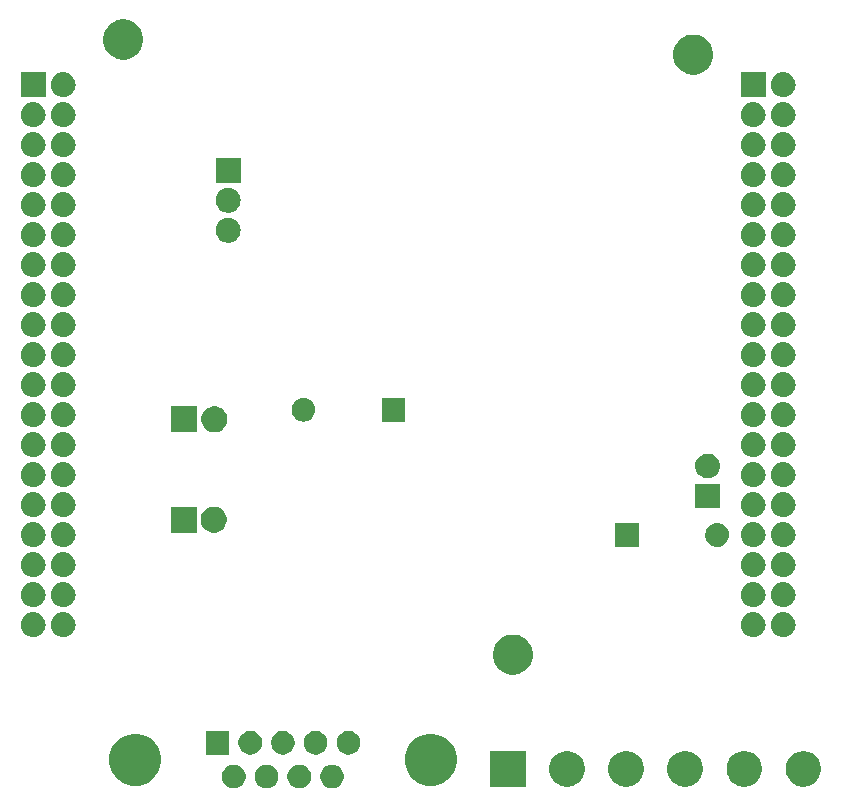
<source format=gbr>
G04 #@! TF.GenerationSoftware,KiCad,Pcbnew,5.0.2-bee76a0~70~ubuntu18.04.1*
G04 #@! TF.CreationDate,2019-08-08T23:41:47+02:00*
G04 #@! TF.ProjectId,adapterBoard,61646170-7465-4724-926f-6172642e6b69,rev?*
G04 #@! TF.SameCoordinates,Original*
G04 #@! TF.FileFunction,Soldermask,Bot*
G04 #@! TF.FilePolarity,Negative*
%FSLAX46Y46*%
G04 Gerber Fmt 4.6, Leading zero omitted, Abs format (unit mm)*
G04 Created by KiCad (PCBNEW 5.0.2-bee76a0~70~ubuntu18.04.1) date Do 08 Aug 2019 23:41:47 CEST*
%MOMM*%
%LPD*%
G01*
G04 APERTURE LIST*
%ADD10C,0.100000*%
G04 APERTURE END LIST*
D10*
G36*
X153470770Y-103955372D02*
X153586689Y-103978429D01*
X153768678Y-104053811D01*
X153932463Y-104163249D01*
X154071751Y-104302537D01*
X154181189Y-104466322D01*
X154256571Y-104648311D01*
X154295000Y-104841509D01*
X154295000Y-105038491D01*
X154256571Y-105231689D01*
X154181189Y-105413678D01*
X154071751Y-105577463D01*
X153932463Y-105716751D01*
X153768678Y-105826189D01*
X153586689Y-105901571D01*
X153470770Y-105924628D01*
X153393493Y-105940000D01*
X153196507Y-105940000D01*
X153119230Y-105924628D01*
X153003311Y-105901571D01*
X152821322Y-105826189D01*
X152657537Y-105716751D01*
X152518249Y-105577463D01*
X152408811Y-105413678D01*
X152333429Y-105231689D01*
X152295000Y-105038491D01*
X152295000Y-104841509D01*
X152333429Y-104648311D01*
X152408811Y-104466322D01*
X152518249Y-104302537D01*
X152657537Y-104163249D01*
X152821322Y-104053811D01*
X153003311Y-103978429D01*
X153119230Y-103955372D01*
X153196507Y-103940000D01*
X153393493Y-103940000D01*
X153470770Y-103955372D01*
X153470770Y-103955372D01*
G37*
G36*
X145160770Y-103955372D02*
X145276689Y-103978429D01*
X145458678Y-104053811D01*
X145622463Y-104163249D01*
X145761751Y-104302537D01*
X145871189Y-104466322D01*
X145946571Y-104648311D01*
X145985000Y-104841509D01*
X145985000Y-105038491D01*
X145946571Y-105231689D01*
X145871189Y-105413678D01*
X145761751Y-105577463D01*
X145622463Y-105716751D01*
X145458678Y-105826189D01*
X145276689Y-105901571D01*
X145160770Y-105924628D01*
X145083493Y-105940000D01*
X144886507Y-105940000D01*
X144809230Y-105924628D01*
X144693311Y-105901571D01*
X144511322Y-105826189D01*
X144347537Y-105716751D01*
X144208249Y-105577463D01*
X144098811Y-105413678D01*
X144023429Y-105231689D01*
X143985000Y-105038491D01*
X143985000Y-104841509D01*
X144023429Y-104648311D01*
X144098811Y-104466322D01*
X144208249Y-104302537D01*
X144347537Y-104163249D01*
X144511322Y-104053811D01*
X144693311Y-103978429D01*
X144809230Y-103955372D01*
X144886507Y-103940000D01*
X145083493Y-103940000D01*
X145160770Y-103955372D01*
X145160770Y-103955372D01*
G37*
G36*
X147930770Y-103955372D02*
X148046689Y-103978429D01*
X148228678Y-104053811D01*
X148392463Y-104163249D01*
X148531751Y-104302537D01*
X148641189Y-104466322D01*
X148716571Y-104648311D01*
X148755000Y-104841509D01*
X148755000Y-105038491D01*
X148716571Y-105231689D01*
X148641189Y-105413678D01*
X148531751Y-105577463D01*
X148392463Y-105716751D01*
X148228678Y-105826189D01*
X148046689Y-105901571D01*
X147930770Y-105924628D01*
X147853493Y-105940000D01*
X147656507Y-105940000D01*
X147579230Y-105924628D01*
X147463311Y-105901571D01*
X147281322Y-105826189D01*
X147117537Y-105716751D01*
X146978249Y-105577463D01*
X146868811Y-105413678D01*
X146793429Y-105231689D01*
X146755000Y-105038491D01*
X146755000Y-104841509D01*
X146793429Y-104648311D01*
X146868811Y-104466322D01*
X146978249Y-104302537D01*
X147117537Y-104163249D01*
X147281322Y-104053811D01*
X147463311Y-103978429D01*
X147579230Y-103955372D01*
X147656507Y-103940000D01*
X147853493Y-103940000D01*
X147930770Y-103955372D01*
X147930770Y-103955372D01*
G37*
G36*
X150700770Y-103955372D02*
X150816689Y-103978429D01*
X150998678Y-104053811D01*
X151162463Y-104163249D01*
X151301751Y-104302537D01*
X151411189Y-104466322D01*
X151486571Y-104648311D01*
X151525000Y-104841509D01*
X151525000Y-105038491D01*
X151486571Y-105231689D01*
X151411189Y-105413678D01*
X151301751Y-105577463D01*
X151162463Y-105716751D01*
X150998678Y-105826189D01*
X150816689Y-105901571D01*
X150700770Y-105924628D01*
X150623493Y-105940000D01*
X150426507Y-105940000D01*
X150349230Y-105924628D01*
X150233311Y-105901571D01*
X150051322Y-105826189D01*
X149887537Y-105716751D01*
X149748249Y-105577463D01*
X149638811Y-105413678D01*
X149563429Y-105231689D01*
X149525000Y-105038491D01*
X149525000Y-104841509D01*
X149563429Y-104648311D01*
X149638811Y-104466322D01*
X149748249Y-104302537D01*
X149887537Y-104163249D01*
X150051322Y-104053811D01*
X150233311Y-103978429D01*
X150349230Y-103955372D01*
X150426507Y-103940000D01*
X150623493Y-103940000D01*
X150700770Y-103955372D01*
X150700770Y-103955372D01*
G37*
G36*
X178540935Y-102838429D02*
X178637534Y-102857644D01*
X178910517Y-102970717D01*
X178933672Y-102986189D01*
X179156197Y-103134876D01*
X179365124Y-103343803D01*
X179529284Y-103589485D01*
X179642356Y-103862467D01*
X179700000Y-104152261D01*
X179700000Y-104447739D01*
X179642356Y-104737533D01*
X179529284Y-105010515D01*
X179365124Y-105256197D01*
X179156197Y-105465124D01*
X179156194Y-105465126D01*
X178910517Y-105629283D01*
X178910516Y-105629284D01*
X178910515Y-105629284D01*
X178895614Y-105635456D01*
X178637534Y-105742356D01*
X178540935Y-105761571D01*
X178347739Y-105800000D01*
X178052261Y-105800000D01*
X177859065Y-105761571D01*
X177762466Y-105742356D01*
X177504386Y-105635456D01*
X177489485Y-105629284D01*
X177489484Y-105629284D01*
X177489483Y-105629283D01*
X177243806Y-105465126D01*
X177243803Y-105465124D01*
X177034876Y-105256197D01*
X176870716Y-105010515D01*
X176757644Y-104737533D01*
X176700000Y-104447739D01*
X176700000Y-104152261D01*
X176757644Y-103862467D01*
X176870716Y-103589485D01*
X177034876Y-103343803D01*
X177243803Y-103134876D01*
X177466328Y-102986189D01*
X177489483Y-102970717D01*
X177762466Y-102857644D01*
X177859065Y-102838429D01*
X178052261Y-102800000D01*
X178347739Y-102800000D01*
X178540935Y-102838429D01*
X178540935Y-102838429D01*
G37*
G36*
X193540935Y-102838429D02*
X193637534Y-102857644D01*
X193910517Y-102970717D01*
X193933672Y-102986189D01*
X194156197Y-103134876D01*
X194365124Y-103343803D01*
X194529284Y-103589485D01*
X194642356Y-103862467D01*
X194700000Y-104152261D01*
X194700000Y-104447739D01*
X194642356Y-104737533D01*
X194529284Y-105010515D01*
X194365124Y-105256197D01*
X194156197Y-105465124D01*
X194156194Y-105465126D01*
X193910517Y-105629283D01*
X193910516Y-105629284D01*
X193910515Y-105629284D01*
X193895614Y-105635456D01*
X193637534Y-105742356D01*
X193540935Y-105761571D01*
X193347739Y-105800000D01*
X193052261Y-105800000D01*
X192859065Y-105761571D01*
X192762466Y-105742356D01*
X192504386Y-105635456D01*
X192489485Y-105629284D01*
X192489484Y-105629284D01*
X192489483Y-105629283D01*
X192243806Y-105465126D01*
X192243803Y-105465124D01*
X192034876Y-105256197D01*
X191870716Y-105010515D01*
X191757644Y-104737533D01*
X191700000Y-104447739D01*
X191700000Y-104152261D01*
X191757644Y-103862467D01*
X191870716Y-103589485D01*
X192034876Y-103343803D01*
X192243803Y-103134876D01*
X192466328Y-102986189D01*
X192489483Y-102970717D01*
X192762466Y-102857644D01*
X192859065Y-102838429D01*
X193052261Y-102800000D01*
X193347739Y-102800000D01*
X193540935Y-102838429D01*
X193540935Y-102838429D01*
G37*
G36*
X188540935Y-102838429D02*
X188637534Y-102857644D01*
X188910517Y-102970717D01*
X188933672Y-102986189D01*
X189156197Y-103134876D01*
X189365124Y-103343803D01*
X189529284Y-103589485D01*
X189642356Y-103862467D01*
X189700000Y-104152261D01*
X189700000Y-104447739D01*
X189642356Y-104737533D01*
X189529284Y-105010515D01*
X189365124Y-105256197D01*
X189156197Y-105465124D01*
X189156194Y-105465126D01*
X188910517Y-105629283D01*
X188910516Y-105629284D01*
X188910515Y-105629284D01*
X188895614Y-105635456D01*
X188637534Y-105742356D01*
X188540935Y-105761571D01*
X188347739Y-105800000D01*
X188052261Y-105800000D01*
X187859065Y-105761571D01*
X187762466Y-105742356D01*
X187504386Y-105635456D01*
X187489485Y-105629284D01*
X187489484Y-105629284D01*
X187489483Y-105629283D01*
X187243806Y-105465126D01*
X187243803Y-105465124D01*
X187034876Y-105256197D01*
X186870716Y-105010515D01*
X186757644Y-104737533D01*
X186700000Y-104447739D01*
X186700000Y-104152261D01*
X186757644Y-103862467D01*
X186870716Y-103589485D01*
X187034876Y-103343803D01*
X187243803Y-103134876D01*
X187466328Y-102986189D01*
X187489483Y-102970717D01*
X187762466Y-102857644D01*
X187859065Y-102838429D01*
X188052261Y-102800000D01*
X188347739Y-102800000D01*
X188540935Y-102838429D01*
X188540935Y-102838429D01*
G37*
G36*
X169700000Y-105800000D02*
X166700000Y-105800000D01*
X166700000Y-102800000D01*
X169700000Y-102800000D01*
X169700000Y-105800000D01*
X169700000Y-105800000D01*
G37*
G36*
X173540935Y-102838429D02*
X173637534Y-102857644D01*
X173910517Y-102970717D01*
X173933672Y-102986189D01*
X174156197Y-103134876D01*
X174365124Y-103343803D01*
X174529284Y-103589485D01*
X174642356Y-103862467D01*
X174700000Y-104152261D01*
X174700000Y-104447739D01*
X174642356Y-104737533D01*
X174529284Y-105010515D01*
X174365124Y-105256197D01*
X174156197Y-105465124D01*
X174156194Y-105465126D01*
X173910517Y-105629283D01*
X173910516Y-105629284D01*
X173910515Y-105629284D01*
X173895614Y-105635456D01*
X173637534Y-105742356D01*
X173540935Y-105761571D01*
X173347739Y-105800000D01*
X173052261Y-105800000D01*
X172859065Y-105761571D01*
X172762466Y-105742356D01*
X172504386Y-105635456D01*
X172489485Y-105629284D01*
X172489484Y-105629284D01*
X172489483Y-105629283D01*
X172243806Y-105465126D01*
X172243803Y-105465124D01*
X172034876Y-105256197D01*
X171870716Y-105010515D01*
X171757644Y-104737533D01*
X171700000Y-104447739D01*
X171700000Y-104152261D01*
X171757644Y-103862467D01*
X171870716Y-103589485D01*
X172034876Y-103343803D01*
X172243803Y-103134876D01*
X172466328Y-102986189D01*
X172489483Y-102970717D01*
X172762466Y-102857644D01*
X172859065Y-102838429D01*
X173052261Y-102800000D01*
X173347739Y-102800000D01*
X173540935Y-102838429D01*
X173540935Y-102838429D01*
G37*
G36*
X183540935Y-102838429D02*
X183637534Y-102857644D01*
X183910517Y-102970717D01*
X183933672Y-102986189D01*
X184156197Y-103134876D01*
X184365124Y-103343803D01*
X184529284Y-103589485D01*
X184642356Y-103862467D01*
X184700000Y-104152261D01*
X184700000Y-104447739D01*
X184642356Y-104737533D01*
X184529284Y-105010515D01*
X184365124Y-105256197D01*
X184156197Y-105465124D01*
X184156194Y-105465126D01*
X183910517Y-105629283D01*
X183910516Y-105629284D01*
X183910515Y-105629284D01*
X183895614Y-105635456D01*
X183637534Y-105742356D01*
X183540935Y-105761571D01*
X183347739Y-105800000D01*
X183052261Y-105800000D01*
X182859065Y-105761571D01*
X182762466Y-105742356D01*
X182504386Y-105635456D01*
X182489485Y-105629284D01*
X182489484Y-105629284D01*
X182489483Y-105629283D01*
X182243806Y-105465126D01*
X182243803Y-105465124D01*
X182034876Y-105256197D01*
X181870716Y-105010515D01*
X181757644Y-104737533D01*
X181700000Y-104447739D01*
X181700000Y-104152261D01*
X181757644Y-103862467D01*
X181870716Y-103589485D01*
X182034876Y-103343803D01*
X182243803Y-103134876D01*
X182466328Y-102986189D01*
X182489483Y-102970717D01*
X182762466Y-102857644D01*
X182859065Y-102838429D01*
X183052261Y-102800000D01*
X183347739Y-102800000D01*
X183540935Y-102838429D01*
X183540935Y-102838429D01*
G37*
G36*
X137281716Y-101404544D02*
X137682090Y-101570384D01*
X138042421Y-101811150D01*
X138348850Y-102117579D01*
X138589616Y-102477910D01*
X138755456Y-102878284D01*
X138840000Y-103303317D01*
X138840000Y-103736683D01*
X138755456Y-104161716D01*
X138589616Y-104562090D01*
X138348850Y-104922421D01*
X138042421Y-105228850D01*
X137682090Y-105469616D01*
X137281716Y-105635456D01*
X136856683Y-105720000D01*
X136423317Y-105720000D01*
X135998284Y-105635456D01*
X135597910Y-105469616D01*
X135237579Y-105228850D01*
X134931150Y-104922421D01*
X134690384Y-104562090D01*
X134524544Y-104161716D01*
X134440000Y-103736683D01*
X134440000Y-103303317D01*
X134524544Y-102878284D01*
X134690384Y-102477910D01*
X134931150Y-102117579D01*
X135237579Y-101811150D01*
X135597910Y-101570384D01*
X135998284Y-101404544D01*
X136423317Y-101320000D01*
X136856683Y-101320000D01*
X137281716Y-101404544D01*
X137281716Y-101404544D01*
G37*
G36*
X162281716Y-101404544D02*
X162682090Y-101570384D01*
X163042421Y-101811150D01*
X163348850Y-102117579D01*
X163589616Y-102477910D01*
X163755456Y-102878284D01*
X163840000Y-103303317D01*
X163840000Y-103736683D01*
X163755456Y-104161716D01*
X163589616Y-104562090D01*
X163348850Y-104922421D01*
X163042421Y-105228850D01*
X162682090Y-105469616D01*
X162281716Y-105635456D01*
X161856683Y-105720000D01*
X161423317Y-105720000D01*
X160998284Y-105635456D01*
X160597910Y-105469616D01*
X160237579Y-105228850D01*
X159931150Y-104922421D01*
X159690384Y-104562090D01*
X159524544Y-104161716D01*
X159440000Y-103736683D01*
X159440000Y-103303317D01*
X159524544Y-102878284D01*
X159690384Y-102477910D01*
X159931150Y-102117579D01*
X160237579Y-101811150D01*
X160597910Y-101570384D01*
X160998284Y-101404544D01*
X161423317Y-101320000D01*
X161856683Y-101320000D01*
X162281716Y-101404544D01*
X162281716Y-101404544D01*
G37*
G36*
X149315770Y-101115372D02*
X149431689Y-101138429D01*
X149613678Y-101213811D01*
X149777463Y-101323249D01*
X149916751Y-101462537D01*
X150026189Y-101626322D01*
X150101571Y-101808311D01*
X150140000Y-102001509D01*
X150140000Y-102198491D01*
X150101571Y-102391689D01*
X150026189Y-102573678D01*
X149916751Y-102737463D01*
X149777463Y-102876751D01*
X149613678Y-102986189D01*
X149431689Y-103061571D01*
X149315770Y-103084628D01*
X149238493Y-103100000D01*
X149041507Y-103100000D01*
X148964230Y-103084628D01*
X148848311Y-103061571D01*
X148666322Y-102986189D01*
X148502537Y-102876751D01*
X148363249Y-102737463D01*
X148253811Y-102573678D01*
X148178429Y-102391689D01*
X148140000Y-102198491D01*
X148140000Y-102001509D01*
X148178429Y-101808311D01*
X148253811Y-101626322D01*
X148363249Y-101462537D01*
X148502537Y-101323249D01*
X148666322Y-101213811D01*
X148848311Y-101138429D01*
X148964230Y-101115372D01*
X149041507Y-101100000D01*
X149238493Y-101100000D01*
X149315770Y-101115372D01*
X149315770Y-101115372D01*
G37*
G36*
X144600000Y-103100000D02*
X142600000Y-103100000D01*
X142600000Y-101100000D01*
X144600000Y-101100000D01*
X144600000Y-103100000D01*
X144600000Y-103100000D01*
G37*
G36*
X146545770Y-101115372D02*
X146661689Y-101138429D01*
X146843678Y-101213811D01*
X147007463Y-101323249D01*
X147146751Y-101462537D01*
X147256189Y-101626322D01*
X147331571Y-101808311D01*
X147370000Y-102001509D01*
X147370000Y-102198491D01*
X147331571Y-102391689D01*
X147256189Y-102573678D01*
X147146751Y-102737463D01*
X147007463Y-102876751D01*
X146843678Y-102986189D01*
X146661689Y-103061571D01*
X146545770Y-103084628D01*
X146468493Y-103100000D01*
X146271507Y-103100000D01*
X146194230Y-103084628D01*
X146078311Y-103061571D01*
X145896322Y-102986189D01*
X145732537Y-102876751D01*
X145593249Y-102737463D01*
X145483811Y-102573678D01*
X145408429Y-102391689D01*
X145370000Y-102198491D01*
X145370000Y-102001509D01*
X145408429Y-101808311D01*
X145483811Y-101626322D01*
X145593249Y-101462537D01*
X145732537Y-101323249D01*
X145896322Y-101213811D01*
X146078311Y-101138429D01*
X146194230Y-101115372D01*
X146271507Y-101100000D01*
X146468493Y-101100000D01*
X146545770Y-101115372D01*
X146545770Y-101115372D01*
G37*
G36*
X152085770Y-101115372D02*
X152201689Y-101138429D01*
X152383678Y-101213811D01*
X152547463Y-101323249D01*
X152686751Y-101462537D01*
X152796189Y-101626322D01*
X152871571Y-101808311D01*
X152910000Y-102001509D01*
X152910000Y-102198491D01*
X152871571Y-102391689D01*
X152796189Y-102573678D01*
X152686751Y-102737463D01*
X152547463Y-102876751D01*
X152383678Y-102986189D01*
X152201689Y-103061571D01*
X152085770Y-103084628D01*
X152008493Y-103100000D01*
X151811507Y-103100000D01*
X151734230Y-103084628D01*
X151618311Y-103061571D01*
X151436322Y-102986189D01*
X151272537Y-102876751D01*
X151133249Y-102737463D01*
X151023811Y-102573678D01*
X150948429Y-102391689D01*
X150910000Y-102198491D01*
X150910000Y-102001509D01*
X150948429Y-101808311D01*
X151023811Y-101626322D01*
X151133249Y-101462537D01*
X151272537Y-101323249D01*
X151436322Y-101213811D01*
X151618311Y-101138429D01*
X151734230Y-101115372D01*
X151811507Y-101100000D01*
X152008493Y-101100000D01*
X152085770Y-101115372D01*
X152085770Y-101115372D01*
G37*
G36*
X154855770Y-101115372D02*
X154971689Y-101138429D01*
X155153678Y-101213811D01*
X155317463Y-101323249D01*
X155456751Y-101462537D01*
X155566189Y-101626322D01*
X155641571Y-101808311D01*
X155680000Y-102001509D01*
X155680000Y-102198491D01*
X155641571Y-102391689D01*
X155566189Y-102573678D01*
X155456751Y-102737463D01*
X155317463Y-102876751D01*
X155153678Y-102986189D01*
X154971689Y-103061571D01*
X154855770Y-103084628D01*
X154778493Y-103100000D01*
X154581507Y-103100000D01*
X154504230Y-103084628D01*
X154388311Y-103061571D01*
X154206322Y-102986189D01*
X154042537Y-102876751D01*
X153903249Y-102737463D01*
X153793811Y-102573678D01*
X153718429Y-102391689D01*
X153680000Y-102198491D01*
X153680000Y-102001509D01*
X153718429Y-101808311D01*
X153793811Y-101626322D01*
X153903249Y-101462537D01*
X154042537Y-101323249D01*
X154206322Y-101213811D01*
X154388311Y-101138429D01*
X154504230Y-101115372D01*
X154581507Y-101100000D01*
X154778493Y-101100000D01*
X154855770Y-101115372D01*
X154855770Y-101115372D01*
G37*
G36*
X168996393Y-92983553D02*
X169105872Y-93005330D01*
X169415252Y-93133479D01*
X169693687Y-93319523D01*
X169930477Y-93556313D01*
X170116521Y-93834748D01*
X170244670Y-94144128D01*
X170310000Y-94472565D01*
X170310000Y-94807435D01*
X170244670Y-95135872D01*
X170116521Y-95445252D01*
X169930477Y-95723687D01*
X169693687Y-95960477D01*
X169415252Y-96146521D01*
X169105872Y-96274670D01*
X168996393Y-96296447D01*
X168777437Y-96340000D01*
X168442563Y-96340000D01*
X168223607Y-96296447D01*
X168114128Y-96274670D01*
X167804748Y-96146521D01*
X167526313Y-95960477D01*
X167289523Y-95723687D01*
X167103479Y-95445252D01*
X166975330Y-95135872D01*
X166910000Y-94807435D01*
X166910000Y-94472565D01*
X166975330Y-94144128D01*
X167103479Y-93834748D01*
X167289523Y-93556313D01*
X167526313Y-93319523D01*
X167804748Y-93133479D01*
X168114128Y-93005330D01*
X168223607Y-92983553D01*
X168442563Y-92940000D01*
X168777437Y-92940000D01*
X168996393Y-92983553D01*
X168996393Y-92983553D01*
G37*
G36*
X189078707Y-91057596D02*
X189155836Y-91065193D01*
X189287787Y-91105220D01*
X189353763Y-91125233D01*
X189536172Y-91222733D01*
X189696054Y-91353946D01*
X189827267Y-91513828D01*
X189924767Y-91696237D01*
X189924767Y-91696238D01*
X189984807Y-91894164D01*
X190005080Y-92100000D01*
X189984807Y-92305836D01*
X189944780Y-92437787D01*
X189924767Y-92503763D01*
X189827267Y-92686172D01*
X189696054Y-92846054D01*
X189536172Y-92977267D01*
X189353763Y-93074767D01*
X189287787Y-93094780D01*
X189155836Y-93134807D01*
X189078707Y-93142404D01*
X189001580Y-93150000D01*
X188898420Y-93150000D01*
X188821293Y-93142404D01*
X188744164Y-93134807D01*
X188612213Y-93094780D01*
X188546237Y-93074767D01*
X188363828Y-92977267D01*
X188203946Y-92846054D01*
X188072733Y-92686172D01*
X187975233Y-92503763D01*
X187955220Y-92437787D01*
X187915193Y-92305836D01*
X187894920Y-92100000D01*
X187915193Y-91894164D01*
X187975233Y-91696238D01*
X187975233Y-91696237D01*
X188072733Y-91513828D01*
X188203946Y-91353946D01*
X188363828Y-91222733D01*
X188546237Y-91125233D01*
X188612213Y-91105220D01*
X188744164Y-91065193D01*
X188821293Y-91057596D01*
X188898420Y-91050000D01*
X189001580Y-91050000D01*
X189078707Y-91057596D01*
X189078707Y-91057596D01*
G37*
G36*
X191618707Y-91057596D02*
X191695836Y-91065193D01*
X191827787Y-91105220D01*
X191893763Y-91125233D01*
X192076172Y-91222733D01*
X192236054Y-91353946D01*
X192367267Y-91513828D01*
X192464767Y-91696237D01*
X192464767Y-91696238D01*
X192524807Y-91894164D01*
X192545080Y-92100000D01*
X192524807Y-92305836D01*
X192484780Y-92437787D01*
X192464767Y-92503763D01*
X192367267Y-92686172D01*
X192236054Y-92846054D01*
X192076172Y-92977267D01*
X191893763Y-93074767D01*
X191827787Y-93094780D01*
X191695836Y-93134807D01*
X191618707Y-93142404D01*
X191541580Y-93150000D01*
X191438420Y-93150000D01*
X191361293Y-93142404D01*
X191284164Y-93134807D01*
X191152213Y-93094780D01*
X191086237Y-93074767D01*
X190903828Y-92977267D01*
X190743946Y-92846054D01*
X190612733Y-92686172D01*
X190515233Y-92503763D01*
X190495220Y-92437787D01*
X190455193Y-92305836D01*
X190434920Y-92100000D01*
X190455193Y-91894164D01*
X190515233Y-91696238D01*
X190515233Y-91696237D01*
X190612733Y-91513828D01*
X190743946Y-91353946D01*
X190903828Y-91222733D01*
X191086237Y-91125233D01*
X191152213Y-91105220D01*
X191284164Y-91065193D01*
X191361293Y-91057596D01*
X191438420Y-91050000D01*
X191541580Y-91050000D01*
X191618707Y-91057596D01*
X191618707Y-91057596D01*
G37*
G36*
X130658707Y-91057596D02*
X130735836Y-91065193D01*
X130867787Y-91105220D01*
X130933763Y-91125233D01*
X131116172Y-91222733D01*
X131276054Y-91353946D01*
X131407267Y-91513828D01*
X131504767Y-91696237D01*
X131504767Y-91696238D01*
X131564807Y-91894164D01*
X131585080Y-92100000D01*
X131564807Y-92305836D01*
X131524780Y-92437787D01*
X131504767Y-92503763D01*
X131407267Y-92686172D01*
X131276054Y-92846054D01*
X131116172Y-92977267D01*
X130933763Y-93074767D01*
X130867787Y-93094780D01*
X130735836Y-93134807D01*
X130658707Y-93142404D01*
X130581580Y-93150000D01*
X130478420Y-93150000D01*
X130401293Y-93142404D01*
X130324164Y-93134807D01*
X130192213Y-93094780D01*
X130126237Y-93074767D01*
X129943828Y-92977267D01*
X129783946Y-92846054D01*
X129652733Y-92686172D01*
X129555233Y-92503763D01*
X129535220Y-92437787D01*
X129495193Y-92305836D01*
X129474920Y-92100000D01*
X129495193Y-91894164D01*
X129555233Y-91696238D01*
X129555233Y-91696237D01*
X129652733Y-91513828D01*
X129783946Y-91353946D01*
X129943828Y-91222733D01*
X130126237Y-91125233D01*
X130192213Y-91105220D01*
X130324164Y-91065193D01*
X130401293Y-91057596D01*
X130478420Y-91050000D01*
X130581580Y-91050000D01*
X130658707Y-91057596D01*
X130658707Y-91057596D01*
G37*
G36*
X128118707Y-91057596D02*
X128195836Y-91065193D01*
X128327787Y-91105220D01*
X128393763Y-91125233D01*
X128576172Y-91222733D01*
X128736054Y-91353946D01*
X128867267Y-91513828D01*
X128964767Y-91696237D01*
X128964767Y-91696238D01*
X129024807Y-91894164D01*
X129045080Y-92100000D01*
X129024807Y-92305836D01*
X128984780Y-92437787D01*
X128964767Y-92503763D01*
X128867267Y-92686172D01*
X128736054Y-92846054D01*
X128576172Y-92977267D01*
X128393763Y-93074767D01*
X128327787Y-93094780D01*
X128195836Y-93134807D01*
X128118707Y-93142404D01*
X128041580Y-93150000D01*
X127938420Y-93150000D01*
X127861293Y-93142404D01*
X127784164Y-93134807D01*
X127652213Y-93094780D01*
X127586237Y-93074767D01*
X127403828Y-92977267D01*
X127243946Y-92846054D01*
X127112733Y-92686172D01*
X127015233Y-92503763D01*
X126995220Y-92437787D01*
X126955193Y-92305836D01*
X126934920Y-92100000D01*
X126955193Y-91894164D01*
X127015233Y-91696238D01*
X127015233Y-91696237D01*
X127112733Y-91513828D01*
X127243946Y-91353946D01*
X127403828Y-91222733D01*
X127586237Y-91125233D01*
X127652213Y-91105220D01*
X127784164Y-91065193D01*
X127861293Y-91057596D01*
X127938420Y-91050000D01*
X128041580Y-91050000D01*
X128118707Y-91057596D01*
X128118707Y-91057596D01*
G37*
G36*
X189078707Y-88517596D02*
X189155836Y-88525193D01*
X189287787Y-88565220D01*
X189353763Y-88585233D01*
X189536172Y-88682733D01*
X189696054Y-88813946D01*
X189827267Y-88973828D01*
X189924767Y-89156237D01*
X189924767Y-89156238D01*
X189984807Y-89354164D01*
X190005080Y-89560000D01*
X189984807Y-89765836D01*
X189944780Y-89897787D01*
X189924767Y-89963763D01*
X189827267Y-90146172D01*
X189696054Y-90306054D01*
X189536172Y-90437267D01*
X189353763Y-90534767D01*
X189287787Y-90554780D01*
X189155836Y-90594807D01*
X189078707Y-90602403D01*
X189001580Y-90610000D01*
X188898420Y-90610000D01*
X188821293Y-90602403D01*
X188744164Y-90594807D01*
X188612213Y-90554780D01*
X188546237Y-90534767D01*
X188363828Y-90437267D01*
X188203946Y-90306054D01*
X188072733Y-90146172D01*
X187975233Y-89963763D01*
X187955220Y-89897787D01*
X187915193Y-89765836D01*
X187894920Y-89560000D01*
X187915193Y-89354164D01*
X187975233Y-89156238D01*
X187975233Y-89156237D01*
X188072733Y-88973828D01*
X188203946Y-88813946D01*
X188363828Y-88682733D01*
X188546237Y-88585233D01*
X188612213Y-88565220D01*
X188744164Y-88525193D01*
X188821293Y-88517596D01*
X188898420Y-88510000D01*
X189001580Y-88510000D01*
X189078707Y-88517596D01*
X189078707Y-88517596D01*
G37*
G36*
X191618707Y-88517596D02*
X191695836Y-88525193D01*
X191827787Y-88565220D01*
X191893763Y-88585233D01*
X192076172Y-88682733D01*
X192236054Y-88813946D01*
X192367267Y-88973828D01*
X192464767Y-89156237D01*
X192464767Y-89156238D01*
X192524807Y-89354164D01*
X192545080Y-89560000D01*
X192524807Y-89765836D01*
X192484780Y-89897787D01*
X192464767Y-89963763D01*
X192367267Y-90146172D01*
X192236054Y-90306054D01*
X192076172Y-90437267D01*
X191893763Y-90534767D01*
X191827787Y-90554780D01*
X191695836Y-90594807D01*
X191618707Y-90602403D01*
X191541580Y-90610000D01*
X191438420Y-90610000D01*
X191361293Y-90602403D01*
X191284164Y-90594807D01*
X191152213Y-90554780D01*
X191086237Y-90534767D01*
X190903828Y-90437267D01*
X190743946Y-90306054D01*
X190612733Y-90146172D01*
X190515233Y-89963763D01*
X190495220Y-89897787D01*
X190455193Y-89765836D01*
X190434920Y-89560000D01*
X190455193Y-89354164D01*
X190515233Y-89156238D01*
X190515233Y-89156237D01*
X190612733Y-88973828D01*
X190743946Y-88813946D01*
X190903828Y-88682733D01*
X191086237Y-88585233D01*
X191152213Y-88565220D01*
X191284164Y-88525193D01*
X191361293Y-88517596D01*
X191438420Y-88510000D01*
X191541580Y-88510000D01*
X191618707Y-88517596D01*
X191618707Y-88517596D01*
G37*
G36*
X130658707Y-88517596D02*
X130735836Y-88525193D01*
X130867787Y-88565220D01*
X130933763Y-88585233D01*
X131116172Y-88682733D01*
X131276054Y-88813946D01*
X131407267Y-88973828D01*
X131504767Y-89156237D01*
X131504767Y-89156238D01*
X131564807Y-89354164D01*
X131585080Y-89560000D01*
X131564807Y-89765836D01*
X131524780Y-89897787D01*
X131504767Y-89963763D01*
X131407267Y-90146172D01*
X131276054Y-90306054D01*
X131116172Y-90437267D01*
X130933763Y-90534767D01*
X130867787Y-90554780D01*
X130735836Y-90594807D01*
X130658707Y-90602403D01*
X130581580Y-90610000D01*
X130478420Y-90610000D01*
X130401293Y-90602403D01*
X130324164Y-90594807D01*
X130192213Y-90554780D01*
X130126237Y-90534767D01*
X129943828Y-90437267D01*
X129783946Y-90306054D01*
X129652733Y-90146172D01*
X129555233Y-89963763D01*
X129535220Y-89897787D01*
X129495193Y-89765836D01*
X129474920Y-89560000D01*
X129495193Y-89354164D01*
X129555233Y-89156238D01*
X129555233Y-89156237D01*
X129652733Y-88973828D01*
X129783946Y-88813946D01*
X129943828Y-88682733D01*
X130126237Y-88585233D01*
X130192213Y-88565220D01*
X130324164Y-88525193D01*
X130401293Y-88517596D01*
X130478420Y-88510000D01*
X130581580Y-88510000D01*
X130658707Y-88517596D01*
X130658707Y-88517596D01*
G37*
G36*
X128118707Y-88517596D02*
X128195836Y-88525193D01*
X128327787Y-88565220D01*
X128393763Y-88585233D01*
X128576172Y-88682733D01*
X128736054Y-88813946D01*
X128867267Y-88973828D01*
X128964767Y-89156237D01*
X128964767Y-89156238D01*
X129024807Y-89354164D01*
X129045080Y-89560000D01*
X129024807Y-89765836D01*
X128984780Y-89897787D01*
X128964767Y-89963763D01*
X128867267Y-90146172D01*
X128736054Y-90306054D01*
X128576172Y-90437267D01*
X128393763Y-90534767D01*
X128327787Y-90554780D01*
X128195836Y-90594807D01*
X128118707Y-90602403D01*
X128041580Y-90610000D01*
X127938420Y-90610000D01*
X127861293Y-90602403D01*
X127784164Y-90594807D01*
X127652213Y-90554780D01*
X127586237Y-90534767D01*
X127403828Y-90437267D01*
X127243946Y-90306054D01*
X127112733Y-90146172D01*
X127015233Y-89963763D01*
X126995220Y-89897787D01*
X126955193Y-89765836D01*
X126934920Y-89560000D01*
X126955193Y-89354164D01*
X127015233Y-89156238D01*
X127015233Y-89156237D01*
X127112733Y-88973828D01*
X127243946Y-88813946D01*
X127403828Y-88682733D01*
X127586237Y-88585233D01*
X127652213Y-88565220D01*
X127784164Y-88525193D01*
X127861293Y-88517596D01*
X127938420Y-88510000D01*
X128041580Y-88510000D01*
X128118707Y-88517596D01*
X128118707Y-88517596D01*
G37*
G36*
X189078707Y-85977596D02*
X189155836Y-85985193D01*
X189287787Y-86025220D01*
X189353763Y-86045233D01*
X189536172Y-86142733D01*
X189696054Y-86273946D01*
X189827267Y-86433828D01*
X189924767Y-86616237D01*
X189924767Y-86616238D01*
X189984807Y-86814164D01*
X190005080Y-87020000D01*
X189984807Y-87225836D01*
X189944780Y-87357787D01*
X189924767Y-87423763D01*
X189827267Y-87606172D01*
X189696054Y-87766054D01*
X189536172Y-87897267D01*
X189353763Y-87994767D01*
X189287787Y-88014780D01*
X189155836Y-88054807D01*
X189078707Y-88062403D01*
X189001580Y-88070000D01*
X188898420Y-88070000D01*
X188821293Y-88062403D01*
X188744164Y-88054807D01*
X188612213Y-88014780D01*
X188546237Y-87994767D01*
X188363828Y-87897267D01*
X188203946Y-87766054D01*
X188072733Y-87606172D01*
X187975233Y-87423763D01*
X187955220Y-87357787D01*
X187915193Y-87225836D01*
X187894920Y-87020000D01*
X187915193Y-86814164D01*
X187975233Y-86616238D01*
X187975233Y-86616237D01*
X188072733Y-86433828D01*
X188203946Y-86273946D01*
X188363828Y-86142733D01*
X188546237Y-86045233D01*
X188612213Y-86025220D01*
X188744164Y-85985193D01*
X188821293Y-85977596D01*
X188898420Y-85970000D01*
X189001580Y-85970000D01*
X189078707Y-85977596D01*
X189078707Y-85977596D01*
G37*
G36*
X128118707Y-85977596D02*
X128195836Y-85985193D01*
X128327787Y-86025220D01*
X128393763Y-86045233D01*
X128576172Y-86142733D01*
X128736054Y-86273946D01*
X128867267Y-86433828D01*
X128964767Y-86616237D01*
X128964767Y-86616238D01*
X129024807Y-86814164D01*
X129045080Y-87020000D01*
X129024807Y-87225836D01*
X128984780Y-87357787D01*
X128964767Y-87423763D01*
X128867267Y-87606172D01*
X128736054Y-87766054D01*
X128576172Y-87897267D01*
X128393763Y-87994767D01*
X128327787Y-88014780D01*
X128195836Y-88054807D01*
X128118707Y-88062403D01*
X128041580Y-88070000D01*
X127938420Y-88070000D01*
X127861293Y-88062403D01*
X127784164Y-88054807D01*
X127652213Y-88014780D01*
X127586237Y-87994767D01*
X127403828Y-87897267D01*
X127243946Y-87766054D01*
X127112733Y-87606172D01*
X127015233Y-87423763D01*
X126995220Y-87357787D01*
X126955193Y-87225836D01*
X126934920Y-87020000D01*
X126955193Y-86814164D01*
X127015233Y-86616238D01*
X127015233Y-86616237D01*
X127112733Y-86433828D01*
X127243946Y-86273946D01*
X127403828Y-86142733D01*
X127586237Y-86045233D01*
X127652213Y-86025220D01*
X127784164Y-85985193D01*
X127861293Y-85977596D01*
X127938420Y-85970000D01*
X128041580Y-85970000D01*
X128118707Y-85977596D01*
X128118707Y-85977596D01*
G37*
G36*
X191618707Y-85977596D02*
X191695836Y-85985193D01*
X191827787Y-86025220D01*
X191893763Y-86045233D01*
X192076172Y-86142733D01*
X192236054Y-86273946D01*
X192367267Y-86433828D01*
X192464767Y-86616237D01*
X192464767Y-86616238D01*
X192524807Y-86814164D01*
X192545080Y-87020000D01*
X192524807Y-87225836D01*
X192484780Y-87357787D01*
X192464767Y-87423763D01*
X192367267Y-87606172D01*
X192236054Y-87766054D01*
X192076172Y-87897267D01*
X191893763Y-87994767D01*
X191827787Y-88014780D01*
X191695836Y-88054807D01*
X191618707Y-88062403D01*
X191541580Y-88070000D01*
X191438420Y-88070000D01*
X191361293Y-88062403D01*
X191284164Y-88054807D01*
X191152213Y-88014780D01*
X191086237Y-87994767D01*
X190903828Y-87897267D01*
X190743946Y-87766054D01*
X190612733Y-87606172D01*
X190515233Y-87423763D01*
X190495220Y-87357787D01*
X190455193Y-87225836D01*
X190434920Y-87020000D01*
X190455193Y-86814164D01*
X190515233Y-86616238D01*
X190515233Y-86616237D01*
X190612733Y-86433828D01*
X190743946Y-86273946D01*
X190903828Y-86142733D01*
X191086237Y-86045233D01*
X191152213Y-86025220D01*
X191284164Y-85985193D01*
X191361293Y-85977596D01*
X191438420Y-85970000D01*
X191541580Y-85970000D01*
X191618707Y-85977596D01*
X191618707Y-85977596D01*
G37*
G36*
X130658707Y-85977596D02*
X130735836Y-85985193D01*
X130867787Y-86025220D01*
X130933763Y-86045233D01*
X131116172Y-86142733D01*
X131276054Y-86273946D01*
X131407267Y-86433828D01*
X131504767Y-86616237D01*
X131504767Y-86616238D01*
X131564807Y-86814164D01*
X131585080Y-87020000D01*
X131564807Y-87225836D01*
X131524780Y-87357787D01*
X131504767Y-87423763D01*
X131407267Y-87606172D01*
X131276054Y-87766054D01*
X131116172Y-87897267D01*
X130933763Y-87994767D01*
X130867787Y-88014780D01*
X130735836Y-88054807D01*
X130658707Y-88062403D01*
X130581580Y-88070000D01*
X130478420Y-88070000D01*
X130401293Y-88062403D01*
X130324164Y-88054807D01*
X130192213Y-88014780D01*
X130126237Y-87994767D01*
X129943828Y-87897267D01*
X129783946Y-87766054D01*
X129652733Y-87606172D01*
X129555233Y-87423763D01*
X129535220Y-87357787D01*
X129495193Y-87225836D01*
X129474920Y-87020000D01*
X129495193Y-86814164D01*
X129555233Y-86616238D01*
X129555233Y-86616237D01*
X129652733Y-86433828D01*
X129783946Y-86273946D01*
X129943828Y-86142733D01*
X130126237Y-86045233D01*
X130192213Y-86025220D01*
X130324164Y-85985193D01*
X130401293Y-85977596D01*
X130478420Y-85970000D01*
X130581580Y-85970000D01*
X130658707Y-85977596D01*
X130658707Y-85977596D01*
G37*
G36*
X191618707Y-83437596D02*
X191695836Y-83445193D01*
X191827787Y-83485220D01*
X191893763Y-83505233D01*
X192076172Y-83602733D01*
X192236054Y-83733946D01*
X192367267Y-83893828D01*
X192464767Y-84076237D01*
X192464767Y-84076238D01*
X192524807Y-84274164D01*
X192545080Y-84480000D01*
X192524807Y-84685836D01*
X192521713Y-84696034D01*
X192464767Y-84883763D01*
X192367267Y-85066172D01*
X192236054Y-85226054D01*
X192076172Y-85357267D01*
X191893763Y-85454767D01*
X191827787Y-85474780D01*
X191695836Y-85514807D01*
X191618707Y-85522403D01*
X191541580Y-85530000D01*
X191438420Y-85530000D01*
X191361293Y-85522403D01*
X191284164Y-85514807D01*
X191152213Y-85474780D01*
X191086237Y-85454767D01*
X190903828Y-85357267D01*
X190743946Y-85226054D01*
X190612733Y-85066172D01*
X190515233Y-84883763D01*
X190458287Y-84696034D01*
X190455193Y-84685836D01*
X190434920Y-84480000D01*
X190455193Y-84274164D01*
X190515233Y-84076238D01*
X190515233Y-84076237D01*
X190612733Y-83893828D01*
X190743946Y-83733946D01*
X190903828Y-83602733D01*
X191086237Y-83505233D01*
X191152213Y-83485220D01*
X191284164Y-83445193D01*
X191361293Y-83437596D01*
X191438420Y-83430000D01*
X191541580Y-83430000D01*
X191618707Y-83437596D01*
X191618707Y-83437596D01*
G37*
G36*
X189078707Y-83437596D02*
X189155836Y-83445193D01*
X189287787Y-83485220D01*
X189353763Y-83505233D01*
X189536172Y-83602733D01*
X189696054Y-83733946D01*
X189827267Y-83893828D01*
X189924767Y-84076237D01*
X189924767Y-84076238D01*
X189984807Y-84274164D01*
X190005080Y-84480000D01*
X189984807Y-84685836D01*
X189981713Y-84696034D01*
X189924767Y-84883763D01*
X189827267Y-85066172D01*
X189696054Y-85226054D01*
X189536172Y-85357267D01*
X189353763Y-85454767D01*
X189287787Y-85474780D01*
X189155836Y-85514807D01*
X189078707Y-85522403D01*
X189001580Y-85530000D01*
X188898420Y-85530000D01*
X188821293Y-85522403D01*
X188744164Y-85514807D01*
X188612213Y-85474780D01*
X188546237Y-85454767D01*
X188363828Y-85357267D01*
X188203946Y-85226054D01*
X188072733Y-85066172D01*
X187975233Y-84883763D01*
X187918287Y-84696034D01*
X187915193Y-84685836D01*
X187894920Y-84480000D01*
X187915193Y-84274164D01*
X187975233Y-84076238D01*
X187975233Y-84076237D01*
X188072733Y-83893828D01*
X188203946Y-83733946D01*
X188363828Y-83602733D01*
X188546237Y-83505233D01*
X188612213Y-83485220D01*
X188744164Y-83445193D01*
X188821293Y-83437596D01*
X188898420Y-83430000D01*
X189001580Y-83430000D01*
X189078707Y-83437596D01*
X189078707Y-83437596D01*
G37*
G36*
X128118707Y-83437596D02*
X128195836Y-83445193D01*
X128327787Y-83485220D01*
X128393763Y-83505233D01*
X128576172Y-83602733D01*
X128736054Y-83733946D01*
X128867267Y-83893828D01*
X128964767Y-84076237D01*
X128964767Y-84076238D01*
X129024807Y-84274164D01*
X129045080Y-84480000D01*
X129024807Y-84685836D01*
X129021713Y-84696034D01*
X128964767Y-84883763D01*
X128867267Y-85066172D01*
X128736054Y-85226054D01*
X128576172Y-85357267D01*
X128393763Y-85454767D01*
X128327787Y-85474780D01*
X128195836Y-85514807D01*
X128118707Y-85522403D01*
X128041580Y-85530000D01*
X127938420Y-85530000D01*
X127861293Y-85522403D01*
X127784164Y-85514807D01*
X127652213Y-85474780D01*
X127586237Y-85454767D01*
X127403828Y-85357267D01*
X127243946Y-85226054D01*
X127112733Y-85066172D01*
X127015233Y-84883763D01*
X126958287Y-84696034D01*
X126955193Y-84685836D01*
X126934920Y-84480000D01*
X126955193Y-84274164D01*
X127015233Y-84076238D01*
X127015233Y-84076237D01*
X127112733Y-83893828D01*
X127243946Y-83733946D01*
X127403828Y-83602733D01*
X127586237Y-83505233D01*
X127652213Y-83485220D01*
X127784164Y-83445193D01*
X127861293Y-83437596D01*
X127938420Y-83430000D01*
X128041580Y-83430000D01*
X128118707Y-83437596D01*
X128118707Y-83437596D01*
G37*
G36*
X130658707Y-83437596D02*
X130735836Y-83445193D01*
X130867787Y-83485220D01*
X130933763Y-83505233D01*
X131116172Y-83602733D01*
X131276054Y-83733946D01*
X131407267Y-83893828D01*
X131504767Y-84076237D01*
X131504767Y-84076238D01*
X131564807Y-84274164D01*
X131585080Y-84480000D01*
X131564807Y-84685836D01*
X131561713Y-84696034D01*
X131504767Y-84883763D01*
X131407267Y-85066172D01*
X131276054Y-85226054D01*
X131116172Y-85357267D01*
X130933763Y-85454767D01*
X130867787Y-85474780D01*
X130735836Y-85514807D01*
X130658707Y-85522403D01*
X130581580Y-85530000D01*
X130478420Y-85530000D01*
X130401293Y-85522403D01*
X130324164Y-85514807D01*
X130192213Y-85474780D01*
X130126237Y-85454767D01*
X129943828Y-85357267D01*
X129783946Y-85226054D01*
X129652733Y-85066172D01*
X129555233Y-84883763D01*
X129498287Y-84696034D01*
X129495193Y-84685836D01*
X129474920Y-84480000D01*
X129495193Y-84274164D01*
X129555233Y-84076238D01*
X129555233Y-84076237D01*
X129652733Y-83893828D01*
X129783946Y-83733946D01*
X129943828Y-83602733D01*
X130126237Y-83505233D01*
X130192213Y-83485220D01*
X130324164Y-83445193D01*
X130401293Y-83437596D01*
X130478420Y-83430000D01*
X130581580Y-83430000D01*
X130658707Y-83437596D01*
X130658707Y-83437596D01*
G37*
G36*
X186096030Y-83514469D02*
X186096033Y-83514470D01*
X186096034Y-83514470D01*
X186284535Y-83571651D01*
X186284537Y-83571652D01*
X186458260Y-83664509D01*
X186610528Y-83789472D01*
X186735491Y-83941740D01*
X186735492Y-83941742D01*
X186828349Y-84115465D01*
X186876490Y-84274166D01*
X186885531Y-84303970D01*
X186904838Y-84500000D01*
X186885531Y-84696030D01*
X186828348Y-84884537D01*
X186735491Y-85058260D01*
X186610528Y-85210528D01*
X186458260Y-85335491D01*
X186458258Y-85335492D01*
X186284535Y-85428349D01*
X186096034Y-85485530D01*
X186096033Y-85485530D01*
X186096030Y-85485531D01*
X185949124Y-85500000D01*
X185850876Y-85500000D01*
X185703970Y-85485531D01*
X185703967Y-85485530D01*
X185703966Y-85485530D01*
X185515465Y-85428349D01*
X185341742Y-85335492D01*
X185341740Y-85335491D01*
X185189472Y-85210528D01*
X185064509Y-85058260D01*
X184971652Y-84884537D01*
X184914469Y-84696030D01*
X184895162Y-84500000D01*
X184914469Y-84303970D01*
X184923510Y-84274166D01*
X184971651Y-84115465D01*
X185064508Y-83941742D01*
X185064509Y-83941740D01*
X185189472Y-83789472D01*
X185341740Y-83664509D01*
X185515463Y-83571652D01*
X185515465Y-83571651D01*
X185703966Y-83514470D01*
X185703967Y-83514470D01*
X185703970Y-83514469D01*
X185850876Y-83500000D01*
X185949124Y-83500000D01*
X186096030Y-83514469D01*
X186096030Y-83514469D01*
G37*
G36*
X179280000Y-85500000D02*
X177280000Y-85500000D01*
X177280000Y-83500000D01*
X179280000Y-83500000D01*
X179280000Y-85500000D01*
X179280000Y-85500000D01*
G37*
G36*
X143620857Y-82142272D02*
X143821042Y-82225191D01*
X143821045Y-82225193D01*
X143998496Y-82343762D01*
X144001213Y-82345578D01*
X144154422Y-82498787D01*
X144154424Y-82498790D01*
X144154425Y-82498791D01*
X144172720Y-82526172D01*
X144274809Y-82678958D01*
X144357728Y-82879143D01*
X144400000Y-83091658D01*
X144400000Y-83308342D01*
X144357728Y-83520857D01*
X144274809Y-83721042D01*
X144154422Y-83901213D01*
X144001213Y-84054422D01*
X144001210Y-84054424D01*
X144001209Y-84054425D01*
X143909859Y-84115463D01*
X143821042Y-84174809D01*
X143620857Y-84257728D01*
X143408342Y-84300000D01*
X143191658Y-84300000D01*
X142979143Y-84257728D01*
X142778958Y-84174809D01*
X142690141Y-84115463D01*
X142598791Y-84054425D01*
X142598790Y-84054424D01*
X142598787Y-84054422D01*
X142445578Y-83901213D01*
X142325191Y-83721042D01*
X142242272Y-83520857D01*
X142200000Y-83308342D01*
X142200000Y-83091658D01*
X142242272Y-82879143D01*
X142325191Y-82678958D01*
X142427280Y-82526172D01*
X142445575Y-82498791D01*
X142445576Y-82498790D01*
X142445578Y-82498787D01*
X142598787Y-82345578D01*
X142601505Y-82343762D01*
X142778955Y-82225193D01*
X142778958Y-82225191D01*
X142979143Y-82142272D01*
X143191658Y-82100000D01*
X143408342Y-82100000D01*
X143620857Y-82142272D01*
X143620857Y-82142272D01*
G37*
G36*
X141860000Y-84300000D02*
X139660000Y-84300000D01*
X139660000Y-82100000D01*
X141860000Y-82100000D01*
X141860000Y-84300000D01*
X141860000Y-84300000D01*
G37*
G36*
X130658707Y-80897597D02*
X130735836Y-80905193D01*
X130867787Y-80945220D01*
X130933763Y-80965233D01*
X131116172Y-81062733D01*
X131276054Y-81193946D01*
X131407267Y-81353828D01*
X131504767Y-81536237D01*
X131504767Y-81536238D01*
X131564807Y-81734164D01*
X131585080Y-81940000D01*
X131564807Y-82145836D01*
X131540735Y-82225191D01*
X131504767Y-82343763D01*
X131407267Y-82526172D01*
X131276054Y-82686054D01*
X131116172Y-82817267D01*
X130933763Y-82914767D01*
X130867787Y-82934780D01*
X130735836Y-82974807D01*
X130658707Y-82982403D01*
X130581580Y-82990000D01*
X130478420Y-82990000D01*
X130401293Y-82982403D01*
X130324164Y-82974807D01*
X130192213Y-82934780D01*
X130126237Y-82914767D01*
X129943828Y-82817267D01*
X129783946Y-82686054D01*
X129652733Y-82526172D01*
X129555233Y-82343763D01*
X129519265Y-82225191D01*
X129495193Y-82145836D01*
X129474920Y-81940000D01*
X129495193Y-81734164D01*
X129555233Y-81536238D01*
X129555233Y-81536237D01*
X129652733Y-81353828D01*
X129783946Y-81193946D01*
X129943828Y-81062733D01*
X130126237Y-80965233D01*
X130192213Y-80945220D01*
X130324164Y-80905193D01*
X130401293Y-80897597D01*
X130478420Y-80890000D01*
X130581580Y-80890000D01*
X130658707Y-80897597D01*
X130658707Y-80897597D01*
G37*
G36*
X128118707Y-80897597D02*
X128195836Y-80905193D01*
X128327787Y-80945220D01*
X128393763Y-80965233D01*
X128576172Y-81062733D01*
X128736054Y-81193946D01*
X128867267Y-81353828D01*
X128964767Y-81536237D01*
X128964767Y-81536238D01*
X129024807Y-81734164D01*
X129045080Y-81940000D01*
X129024807Y-82145836D01*
X129000735Y-82225191D01*
X128964767Y-82343763D01*
X128867267Y-82526172D01*
X128736054Y-82686054D01*
X128576172Y-82817267D01*
X128393763Y-82914767D01*
X128327787Y-82934780D01*
X128195836Y-82974807D01*
X128118707Y-82982403D01*
X128041580Y-82990000D01*
X127938420Y-82990000D01*
X127861293Y-82982403D01*
X127784164Y-82974807D01*
X127652213Y-82934780D01*
X127586237Y-82914767D01*
X127403828Y-82817267D01*
X127243946Y-82686054D01*
X127112733Y-82526172D01*
X127015233Y-82343763D01*
X126979265Y-82225191D01*
X126955193Y-82145836D01*
X126934920Y-81940000D01*
X126955193Y-81734164D01*
X127015233Y-81536238D01*
X127015233Y-81536237D01*
X127112733Y-81353828D01*
X127243946Y-81193946D01*
X127403828Y-81062733D01*
X127586237Y-80965233D01*
X127652213Y-80945220D01*
X127784164Y-80905193D01*
X127861293Y-80897597D01*
X127938420Y-80890000D01*
X128041580Y-80890000D01*
X128118707Y-80897597D01*
X128118707Y-80897597D01*
G37*
G36*
X189078707Y-80897597D02*
X189155836Y-80905193D01*
X189287787Y-80945220D01*
X189353763Y-80965233D01*
X189536172Y-81062733D01*
X189696054Y-81193946D01*
X189827267Y-81353828D01*
X189924767Y-81536237D01*
X189924767Y-81536238D01*
X189984807Y-81734164D01*
X190005080Y-81940000D01*
X189984807Y-82145836D01*
X189960735Y-82225191D01*
X189924767Y-82343763D01*
X189827267Y-82526172D01*
X189696054Y-82686054D01*
X189536172Y-82817267D01*
X189353763Y-82914767D01*
X189287787Y-82934780D01*
X189155836Y-82974807D01*
X189078707Y-82982403D01*
X189001580Y-82990000D01*
X188898420Y-82990000D01*
X188821293Y-82982403D01*
X188744164Y-82974807D01*
X188612213Y-82934780D01*
X188546237Y-82914767D01*
X188363828Y-82817267D01*
X188203946Y-82686054D01*
X188072733Y-82526172D01*
X187975233Y-82343763D01*
X187939265Y-82225191D01*
X187915193Y-82145836D01*
X187894920Y-81940000D01*
X187915193Y-81734164D01*
X187975233Y-81536238D01*
X187975233Y-81536237D01*
X188072733Y-81353828D01*
X188203946Y-81193946D01*
X188363828Y-81062733D01*
X188546237Y-80965233D01*
X188612213Y-80945220D01*
X188744164Y-80905193D01*
X188821293Y-80897597D01*
X188898420Y-80890000D01*
X189001580Y-80890000D01*
X189078707Y-80897597D01*
X189078707Y-80897597D01*
G37*
G36*
X191618707Y-80897597D02*
X191695836Y-80905193D01*
X191827787Y-80945220D01*
X191893763Y-80965233D01*
X192076172Y-81062733D01*
X192236054Y-81193946D01*
X192367267Y-81353828D01*
X192464767Y-81536237D01*
X192464767Y-81536238D01*
X192524807Y-81734164D01*
X192545080Y-81940000D01*
X192524807Y-82145836D01*
X192500735Y-82225191D01*
X192464767Y-82343763D01*
X192367267Y-82526172D01*
X192236054Y-82686054D01*
X192076172Y-82817267D01*
X191893763Y-82914767D01*
X191827787Y-82934780D01*
X191695836Y-82974807D01*
X191618707Y-82982403D01*
X191541580Y-82990000D01*
X191438420Y-82990000D01*
X191361293Y-82982403D01*
X191284164Y-82974807D01*
X191152213Y-82934780D01*
X191086237Y-82914767D01*
X190903828Y-82817267D01*
X190743946Y-82686054D01*
X190612733Y-82526172D01*
X190515233Y-82343763D01*
X190479265Y-82225191D01*
X190455193Y-82145836D01*
X190434920Y-81940000D01*
X190455193Y-81734164D01*
X190515233Y-81536238D01*
X190515233Y-81536237D01*
X190612733Y-81353828D01*
X190743946Y-81193946D01*
X190903828Y-81062733D01*
X191086237Y-80965233D01*
X191152213Y-80945220D01*
X191284164Y-80905193D01*
X191361293Y-80897597D01*
X191438420Y-80890000D01*
X191541580Y-80890000D01*
X191618707Y-80897597D01*
X191618707Y-80897597D01*
G37*
G36*
X186150000Y-82250000D02*
X184050000Y-82250000D01*
X184050000Y-80150000D01*
X186150000Y-80150000D01*
X186150000Y-82250000D01*
X186150000Y-82250000D01*
G37*
G36*
X128118707Y-78357597D02*
X128195836Y-78365193D01*
X128327787Y-78405220D01*
X128393763Y-78425233D01*
X128576172Y-78522733D01*
X128736054Y-78653946D01*
X128867267Y-78813828D01*
X128964767Y-78996237D01*
X128964767Y-78996238D01*
X129024807Y-79194164D01*
X129045080Y-79400000D01*
X129024807Y-79605836D01*
X128997818Y-79694807D01*
X128964767Y-79803763D01*
X128867267Y-79986172D01*
X128736054Y-80146054D01*
X128576172Y-80277267D01*
X128393763Y-80374767D01*
X128327787Y-80394780D01*
X128195836Y-80434807D01*
X128118707Y-80442404D01*
X128041580Y-80450000D01*
X127938420Y-80450000D01*
X127861293Y-80442404D01*
X127784164Y-80434807D01*
X127652213Y-80394780D01*
X127586237Y-80374767D01*
X127403828Y-80277267D01*
X127243946Y-80146054D01*
X127112733Y-79986172D01*
X127015233Y-79803763D01*
X126982182Y-79694807D01*
X126955193Y-79605836D01*
X126934920Y-79400000D01*
X126955193Y-79194164D01*
X127015233Y-78996238D01*
X127015233Y-78996237D01*
X127112733Y-78813828D01*
X127243946Y-78653946D01*
X127403828Y-78522733D01*
X127586237Y-78425233D01*
X127652213Y-78405220D01*
X127784164Y-78365193D01*
X127861293Y-78357597D01*
X127938420Y-78350000D01*
X128041580Y-78350000D01*
X128118707Y-78357597D01*
X128118707Y-78357597D01*
G37*
G36*
X130658707Y-78357597D02*
X130735836Y-78365193D01*
X130867787Y-78405220D01*
X130933763Y-78425233D01*
X131116172Y-78522733D01*
X131276054Y-78653946D01*
X131407267Y-78813828D01*
X131504767Y-78996237D01*
X131504767Y-78996238D01*
X131564807Y-79194164D01*
X131585080Y-79400000D01*
X131564807Y-79605836D01*
X131537818Y-79694807D01*
X131504767Y-79803763D01*
X131407267Y-79986172D01*
X131276054Y-80146054D01*
X131116172Y-80277267D01*
X130933763Y-80374767D01*
X130867787Y-80394780D01*
X130735836Y-80434807D01*
X130658707Y-80442404D01*
X130581580Y-80450000D01*
X130478420Y-80450000D01*
X130401293Y-80442404D01*
X130324164Y-80434807D01*
X130192213Y-80394780D01*
X130126237Y-80374767D01*
X129943828Y-80277267D01*
X129783946Y-80146054D01*
X129652733Y-79986172D01*
X129555233Y-79803763D01*
X129522182Y-79694807D01*
X129495193Y-79605836D01*
X129474920Y-79400000D01*
X129495193Y-79194164D01*
X129555233Y-78996238D01*
X129555233Y-78996237D01*
X129652733Y-78813828D01*
X129783946Y-78653946D01*
X129943828Y-78522733D01*
X130126237Y-78425233D01*
X130192213Y-78405220D01*
X130324164Y-78365193D01*
X130401293Y-78357597D01*
X130478420Y-78350000D01*
X130581580Y-78350000D01*
X130658707Y-78357597D01*
X130658707Y-78357597D01*
G37*
G36*
X189078707Y-78357597D02*
X189155836Y-78365193D01*
X189287787Y-78405220D01*
X189353763Y-78425233D01*
X189536172Y-78522733D01*
X189696054Y-78653946D01*
X189827267Y-78813828D01*
X189924767Y-78996237D01*
X189924767Y-78996238D01*
X189984807Y-79194164D01*
X190005080Y-79400000D01*
X189984807Y-79605836D01*
X189957818Y-79694807D01*
X189924767Y-79803763D01*
X189827267Y-79986172D01*
X189696054Y-80146054D01*
X189536172Y-80277267D01*
X189353763Y-80374767D01*
X189287787Y-80394780D01*
X189155836Y-80434807D01*
X189078707Y-80442404D01*
X189001580Y-80450000D01*
X188898420Y-80450000D01*
X188821293Y-80442404D01*
X188744164Y-80434807D01*
X188612213Y-80394780D01*
X188546237Y-80374767D01*
X188363828Y-80277267D01*
X188203946Y-80146054D01*
X188072733Y-79986172D01*
X187975233Y-79803763D01*
X187942182Y-79694807D01*
X187915193Y-79605836D01*
X187894920Y-79400000D01*
X187915193Y-79194164D01*
X187975233Y-78996238D01*
X187975233Y-78996237D01*
X188072733Y-78813828D01*
X188203946Y-78653946D01*
X188363828Y-78522733D01*
X188546237Y-78425233D01*
X188612213Y-78405220D01*
X188744164Y-78365193D01*
X188821293Y-78357597D01*
X188898420Y-78350000D01*
X189001580Y-78350000D01*
X189078707Y-78357597D01*
X189078707Y-78357597D01*
G37*
G36*
X191618707Y-78357597D02*
X191695836Y-78365193D01*
X191827787Y-78405220D01*
X191893763Y-78425233D01*
X192076172Y-78522733D01*
X192236054Y-78653946D01*
X192367267Y-78813828D01*
X192464767Y-78996237D01*
X192464767Y-78996238D01*
X192524807Y-79194164D01*
X192545080Y-79400000D01*
X192524807Y-79605836D01*
X192497818Y-79694807D01*
X192464767Y-79803763D01*
X192367267Y-79986172D01*
X192236054Y-80146054D01*
X192076172Y-80277267D01*
X191893763Y-80374767D01*
X191827787Y-80394780D01*
X191695836Y-80434807D01*
X191618707Y-80442404D01*
X191541580Y-80450000D01*
X191438420Y-80450000D01*
X191361293Y-80442404D01*
X191284164Y-80434807D01*
X191152213Y-80394780D01*
X191086237Y-80374767D01*
X190903828Y-80277267D01*
X190743946Y-80146054D01*
X190612733Y-79986172D01*
X190515233Y-79803763D01*
X190482182Y-79694807D01*
X190455193Y-79605836D01*
X190434920Y-79400000D01*
X190455193Y-79194164D01*
X190515233Y-78996238D01*
X190515233Y-78996237D01*
X190612733Y-78813828D01*
X190743946Y-78653946D01*
X190903828Y-78522733D01*
X191086237Y-78425233D01*
X191152213Y-78405220D01*
X191284164Y-78365193D01*
X191361293Y-78357597D01*
X191438420Y-78350000D01*
X191541580Y-78350000D01*
X191618707Y-78357597D01*
X191618707Y-78357597D01*
G37*
G36*
X185228707Y-77617597D02*
X185305836Y-77625193D01*
X185437787Y-77665220D01*
X185503763Y-77685233D01*
X185686172Y-77782733D01*
X185846054Y-77913946D01*
X185977267Y-78073828D01*
X186074767Y-78256237D01*
X186074767Y-78256238D01*
X186134807Y-78454164D01*
X186155080Y-78660000D01*
X186134807Y-78865836D01*
X186095250Y-78996237D01*
X186074767Y-79063763D01*
X185977267Y-79246172D01*
X185846054Y-79406054D01*
X185686172Y-79537267D01*
X185503763Y-79634767D01*
X185437787Y-79654780D01*
X185305836Y-79694807D01*
X185228707Y-79702403D01*
X185151580Y-79710000D01*
X185048420Y-79710000D01*
X184971293Y-79702403D01*
X184894164Y-79694807D01*
X184762213Y-79654780D01*
X184696237Y-79634767D01*
X184513828Y-79537267D01*
X184353946Y-79406054D01*
X184222733Y-79246172D01*
X184125233Y-79063763D01*
X184104750Y-78996237D01*
X184065193Y-78865836D01*
X184044920Y-78660000D01*
X184065193Y-78454164D01*
X184125233Y-78256238D01*
X184125233Y-78256237D01*
X184222733Y-78073828D01*
X184353946Y-77913946D01*
X184513828Y-77782733D01*
X184696237Y-77685233D01*
X184762213Y-77665220D01*
X184894164Y-77625193D01*
X184971293Y-77617597D01*
X185048420Y-77610000D01*
X185151580Y-77610000D01*
X185228707Y-77617597D01*
X185228707Y-77617597D01*
G37*
G36*
X191618707Y-75817597D02*
X191695836Y-75825193D01*
X191827787Y-75865220D01*
X191893763Y-75885233D01*
X192076172Y-75982733D01*
X192236054Y-76113946D01*
X192367267Y-76273828D01*
X192464767Y-76456237D01*
X192464767Y-76456238D01*
X192524807Y-76654164D01*
X192545080Y-76860000D01*
X192524807Y-77065836D01*
X192484780Y-77197787D01*
X192464767Y-77263763D01*
X192367267Y-77446172D01*
X192236054Y-77606054D01*
X192076172Y-77737267D01*
X191893763Y-77834767D01*
X191827787Y-77854780D01*
X191695836Y-77894807D01*
X191618707Y-77902403D01*
X191541580Y-77910000D01*
X191438420Y-77910000D01*
X191361293Y-77902403D01*
X191284164Y-77894807D01*
X191152213Y-77854780D01*
X191086237Y-77834767D01*
X190903828Y-77737267D01*
X190743946Y-77606054D01*
X190612733Y-77446172D01*
X190515233Y-77263763D01*
X190495220Y-77197787D01*
X190455193Y-77065836D01*
X190434920Y-76860000D01*
X190455193Y-76654164D01*
X190515233Y-76456238D01*
X190515233Y-76456237D01*
X190612733Y-76273828D01*
X190743946Y-76113946D01*
X190903828Y-75982733D01*
X191086237Y-75885233D01*
X191152213Y-75865220D01*
X191284164Y-75825193D01*
X191361293Y-75817597D01*
X191438420Y-75810000D01*
X191541580Y-75810000D01*
X191618707Y-75817597D01*
X191618707Y-75817597D01*
G37*
G36*
X189078707Y-75817597D02*
X189155836Y-75825193D01*
X189287787Y-75865220D01*
X189353763Y-75885233D01*
X189536172Y-75982733D01*
X189696054Y-76113946D01*
X189827267Y-76273828D01*
X189924767Y-76456237D01*
X189924767Y-76456238D01*
X189984807Y-76654164D01*
X190005080Y-76860000D01*
X189984807Y-77065836D01*
X189944780Y-77197787D01*
X189924767Y-77263763D01*
X189827267Y-77446172D01*
X189696054Y-77606054D01*
X189536172Y-77737267D01*
X189353763Y-77834767D01*
X189287787Y-77854780D01*
X189155836Y-77894807D01*
X189078707Y-77902403D01*
X189001580Y-77910000D01*
X188898420Y-77910000D01*
X188821293Y-77902403D01*
X188744164Y-77894807D01*
X188612213Y-77854780D01*
X188546237Y-77834767D01*
X188363828Y-77737267D01*
X188203946Y-77606054D01*
X188072733Y-77446172D01*
X187975233Y-77263763D01*
X187955220Y-77197787D01*
X187915193Y-77065836D01*
X187894920Y-76860000D01*
X187915193Y-76654164D01*
X187975233Y-76456238D01*
X187975233Y-76456237D01*
X188072733Y-76273828D01*
X188203946Y-76113946D01*
X188363828Y-75982733D01*
X188546237Y-75885233D01*
X188612213Y-75865220D01*
X188744164Y-75825193D01*
X188821293Y-75817597D01*
X188898420Y-75810000D01*
X189001580Y-75810000D01*
X189078707Y-75817597D01*
X189078707Y-75817597D01*
G37*
G36*
X130658707Y-75817597D02*
X130735836Y-75825193D01*
X130867787Y-75865220D01*
X130933763Y-75885233D01*
X131116172Y-75982733D01*
X131276054Y-76113946D01*
X131407267Y-76273828D01*
X131504767Y-76456237D01*
X131504767Y-76456238D01*
X131564807Y-76654164D01*
X131585080Y-76860000D01*
X131564807Y-77065836D01*
X131524780Y-77197787D01*
X131504767Y-77263763D01*
X131407267Y-77446172D01*
X131276054Y-77606054D01*
X131116172Y-77737267D01*
X130933763Y-77834767D01*
X130867787Y-77854780D01*
X130735836Y-77894807D01*
X130658707Y-77902403D01*
X130581580Y-77910000D01*
X130478420Y-77910000D01*
X130401293Y-77902403D01*
X130324164Y-77894807D01*
X130192213Y-77854780D01*
X130126237Y-77834767D01*
X129943828Y-77737267D01*
X129783946Y-77606054D01*
X129652733Y-77446172D01*
X129555233Y-77263763D01*
X129535220Y-77197787D01*
X129495193Y-77065836D01*
X129474920Y-76860000D01*
X129495193Y-76654164D01*
X129555233Y-76456238D01*
X129555233Y-76456237D01*
X129652733Y-76273828D01*
X129783946Y-76113946D01*
X129943828Y-75982733D01*
X130126237Y-75885233D01*
X130192213Y-75865220D01*
X130324164Y-75825193D01*
X130401293Y-75817597D01*
X130478420Y-75810000D01*
X130581580Y-75810000D01*
X130658707Y-75817597D01*
X130658707Y-75817597D01*
G37*
G36*
X128118707Y-75817597D02*
X128195836Y-75825193D01*
X128327787Y-75865220D01*
X128393763Y-75885233D01*
X128576172Y-75982733D01*
X128736054Y-76113946D01*
X128867267Y-76273828D01*
X128964767Y-76456237D01*
X128964767Y-76456238D01*
X129024807Y-76654164D01*
X129045080Y-76860000D01*
X129024807Y-77065836D01*
X128984780Y-77197787D01*
X128964767Y-77263763D01*
X128867267Y-77446172D01*
X128736054Y-77606054D01*
X128576172Y-77737267D01*
X128393763Y-77834767D01*
X128327787Y-77854780D01*
X128195836Y-77894807D01*
X128118707Y-77902403D01*
X128041580Y-77910000D01*
X127938420Y-77910000D01*
X127861293Y-77902403D01*
X127784164Y-77894807D01*
X127652213Y-77854780D01*
X127586237Y-77834767D01*
X127403828Y-77737267D01*
X127243946Y-77606054D01*
X127112733Y-77446172D01*
X127015233Y-77263763D01*
X126995220Y-77197787D01*
X126955193Y-77065836D01*
X126934920Y-76860000D01*
X126955193Y-76654164D01*
X127015233Y-76456238D01*
X127015233Y-76456237D01*
X127112733Y-76273828D01*
X127243946Y-76113946D01*
X127403828Y-75982733D01*
X127586237Y-75885233D01*
X127652213Y-75865220D01*
X127784164Y-75825193D01*
X127861293Y-75817597D01*
X127938420Y-75810000D01*
X128041580Y-75810000D01*
X128118707Y-75817597D01*
X128118707Y-75817597D01*
G37*
G36*
X143660857Y-73642272D02*
X143861042Y-73725191D01*
X144041213Y-73845578D01*
X144194422Y-73998787D01*
X144314809Y-74178958D01*
X144397728Y-74379143D01*
X144440000Y-74591658D01*
X144440000Y-74808342D01*
X144397728Y-75020857D01*
X144314809Y-75221042D01*
X144194422Y-75401213D01*
X144041213Y-75554422D01*
X143861042Y-75674809D01*
X143660857Y-75757728D01*
X143448342Y-75800000D01*
X143231658Y-75800000D01*
X143019143Y-75757728D01*
X142818958Y-75674809D01*
X142638787Y-75554422D01*
X142485578Y-75401213D01*
X142365191Y-75221042D01*
X142282272Y-75020857D01*
X142240000Y-74808342D01*
X142240000Y-74591658D01*
X142282272Y-74379143D01*
X142365191Y-74178958D01*
X142485578Y-73998787D01*
X142638787Y-73845578D01*
X142818958Y-73725191D01*
X143019143Y-73642272D01*
X143231658Y-73600000D01*
X143448342Y-73600000D01*
X143660857Y-73642272D01*
X143660857Y-73642272D01*
G37*
G36*
X141900000Y-75800000D02*
X139700000Y-75800000D01*
X139700000Y-73600000D01*
X141900000Y-73600000D01*
X141900000Y-75800000D01*
X141900000Y-75800000D01*
G37*
G36*
X191618707Y-73277597D02*
X191695836Y-73285193D01*
X191827787Y-73325220D01*
X191893763Y-73345233D01*
X192076172Y-73442733D01*
X192236054Y-73573946D01*
X192367267Y-73733828D01*
X192464767Y-73916237D01*
X192464767Y-73916238D01*
X192524807Y-74114164D01*
X192545080Y-74320000D01*
X192524807Y-74525836D01*
X192504840Y-74591658D01*
X192464767Y-74723763D01*
X192367267Y-74906172D01*
X192236054Y-75066054D01*
X192076172Y-75197267D01*
X191893763Y-75294767D01*
X191827787Y-75314780D01*
X191695836Y-75354807D01*
X191618707Y-75362404D01*
X191541580Y-75370000D01*
X191438420Y-75370000D01*
X191361293Y-75362404D01*
X191284164Y-75354807D01*
X191152213Y-75314780D01*
X191086237Y-75294767D01*
X190903828Y-75197267D01*
X190743946Y-75066054D01*
X190612733Y-74906172D01*
X190515233Y-74723763D01*
X190475160Y-74591658D01*
X190455193Y-74525836D01*
X190434920Y-74320000D01*
X190455193Y-74114164D01*
X190515233Y-73916238D01*
X190515233Y-73916237D01*
X190612733Y-73733828D01*
X190743946Y-73573946D01*
X190903828Y-73442733D01*
X191086237Y-73345233D01*
X191152213Y-73325220D01*
X191284164Y-73285193D01*
X191361293Y-73277597D01*
X191438420Y-73270000D01*
X191541580Y-73270000D01*
X191618707Y-73277597D01*
X191618707Y-73277597D01*
G37*
G36*
X130658707Y-73277597D02*
X130735836Y-73285193D01*
X130867787Y-73325220D01*
X130933763Y-73345233D01*
X131116172Y-73442733D01*
X131276054Y-73573946D01*
X131407267Y-73733828D01*
X131504767Y-73916237D01*
X131504767Y-73916238D01*
X131564807Y-74114164D01*
X131585080Y-74320000D01*
X131564807Y-74525836D01*
X131544840Y-74591658D01*
X131504767Y-74723763D01*
X131407267Y-74906172D01*
X131276054Y-75066054D01*
X131116172Y-75197267D01*
X130933763Y-75294767D01*
X130867787Y-75314780D01*
X130735836Y-75354807D01*
X130658707Y-75362404D01*
X130581580Y-75370000D01*
X130478420Y-75370000D01*
X130401293Y-75362404D01*
X130324164Y-75354807D01*
X130192213Y-75314780D01*
X130126237Y-75294767D01*
X129943828Y-75197267D01*
X129783946Y-75066054D01*
X129652733Y-74906172D01*
X129555233Y-74723763D01*
X129515160Y-74591658D01*
X129495193Y-74525836D01*
X129474920Y-74320000D01*
X129495193Y-74114164D01*
X129555233Y-73916238D01*
X129555233Y-73916237D01*
X129652733Y-73733828D01*
X129783946Y-73573946D01*
X129943828Y-73442733D01*
X130126237Y-73345233D01*
X130192213Y-73325220D01*
X130324164Y-73285193D01*
X130401293Y-73277597D01*
X130478420Y-73270000D01*
X130581580Y-73270000D01*
X130658707Y-73277597D01*
X130658707Y-73277597D01*
G37*
G36*
X128118707Y-73277597D02*
X128195836Y-73285193D01*
X128327787Y-73325220D01*
X128393763Y-73345233D01*
X128576172Y-73442733D01*
X128736054Y-73573946D01*
X128867267Y-73733828D01*
X128964767Y-73916237D01*
X128964767Y-73916238D01*
X129024807Y-74114164D01*
X129045080Y-74320000D01*
X129024807Y-74525836D01*
X129004840Y-74591658D01*
X128964767Y-74723763D01*
X128867267Y-74906172D01*
X128736054Y-75066054D01*
X128576172Y-75197267D01*
X128393763Y-75294767D01*
X128327787Y-75314780D01*
X128195836Y-75354807D01*
X128118707Y-75362404D01*
X128041580Y-75370000D01*
X127938420Y-75370000D01*
X127861293Y-75362404D01*
X127784164Y-75354807D01*
X127652213Y-75314780D01*
X127586237Y-75294767D01*
X127403828Y-75197267D01*
X127243946Y-75066054D01*
X127112733Y-74906172D01*
X127015233Y-74723763D01*
X126975160Y-74591658D01*
X126955193Y-74525836D01*
X126934920Y-74320000D01*
X126955193Y-74114164D01*
X127015233Y-73916238D01*
X127015233Y-73916237D01*
X127112733Y-73733828D01*
X127243946Y-73573946D01*
X127403828Y-73442733D01*
X127586237Y-73345233D01*
X127652213Y-73325220D01*
X127784164Y-73285193D01*
X127861293Y-73277597D01*
X127938420Y-73270000D01*
X128041580Y-73270000D01*
X128118707Y-73277597D01*
X128118707Y-73277597D01*
G37*
G36*
X189078707Y-73277597D02*
X189155836Y-73285193D01*
X189287787Y-73325220D01*
X189353763Y-73345233D01*
X189536172Y-73442733D01*
X189696054Y-73573946D01*
X189827267Y-73733828D01*
X189924767Y-73916237D01*
X189924767Y-73916238D01*
X189984807Y-74114164D01*
X190005080Y-74320000D01*
X189984807Y-74525836D01*
X189964840Y-74591658D01*
X189924767Y-74723763D01*
X189827267Y-74906172D01*
X189696054Y-75066054D01*
X189536172Y-75197267D01*
X189353763Y-75294767D01*
X189287787Y-75314780D01*
X189155836Y-75354807D01*
X189078707Y-75362404D01*
X189001580Y-75370000D01*
X188898420Y-75370000D01*
X188821293Y-75362404D01*
X188744164Y-75354807D01*
X188612213Y-75314780D01*
X188546237Y-75294767D01*
X188363828Y-75197267D01*
X188203946Y-75066054D01*
X188072733Y-74906172D01*
X187975233Y-74723763D01*
X187935160Y-74591658D01*
X187915193Y-74525836D01*
X187894920Y-74320000D01*
X187915193Y-74114164D01*
X187975233Y-73916238D01*
X187975233Y-73916237D01*
X188072733Y-73733828D01*
X188203946Y-73573946D01*
X188363828Y-73442733D01*
X188546237Y-73345233D01*
X188612213Y-73325220D01*
X188744164Y-73285193D01*
X188821293Y-73277597D01*
X188898420Y-73270000D01*
X189001580Y-73270000D01*
X189078707Y-73277597D01*
X189078707Y-73277597D01*
G37*
G36*
X159500000Y-74900000D02*
X157500000Y-74900000D01*
X157500000Y-72900000D01*
X159500000Y-72900000D01*
X159500000Y-74900000D01*
X159500000Y-74900000D01*
G37*
G36*
X151076030Y-72914469D02*
X151076033Y-72914470D01*
X151076034Y-72914470D01*
X151264535Y-72971651D01*
X151264537Y-72971652D01*
X151438260Y-73064509D01*
X151590528Y-73189472D01*
X151715491Y-73341740D01*
X151715492Y-73341742D01*
X151808349Y-73515465D01*
X151865530Y-73703966D01*
X151865531Y-73703970D01*
X151884838Y-73900000D01*
X151865531Y-74096030D01*
X151808348Y-74284537D01*
X151715491Y-74458260D01*
X151590528Y-74610528D01*
X151438260Y-74735491D01*
X151264537Y-74828348D01*
X151264535Y-74828349D01*
X151076034Y-74885530D01*
X151076033Y-74885530D01*
X151076030Y-74885531D01*
X150929124Y-74900000D01*
X150830876Y-74900000D01*
X150683970Y-74885531D01*
X150683967Y-74885530D01*
X150683966Y-74885530D01*
X150495465Y-74828349D01*
X150495463Y-74828348D01*
X150321740Y-74735491D01*
X150169472Y-74610528D01*
X150044509Y-74458260D01*
X149951652Y-74284537D01*
X149894469Y-74096030D01*
X149875162Y-73900000D01*
X149894469Y-73703970D01*
X149894470Y-73703966D01*
X149951651Y-73515465D01*
X150044508Y-73341742D01*
X150044509Y-73341740D01*
X150169472Y-73189472D01*
X150321740Y-73064509D01*
X150495463Y-72971652D01*
X150495465Y-72971651D01*
X150683966Y-72914470D01*
X150683967Y-72914470D01*
X150683970Y-72914469D01*
X150830876Y-72900000D01*
X150929124Y-72900000D01*
X151076030Y-72914469D01*
X151076030Y-72914469D01*
G37*
G36*
X130658707Y-70737597D02*
X130735836Y-70745193D01*
X130867787Y-70785220D01*
X130933763Y-70805233D01*
X131116172Y-70902733D01*
X131276054Y-71033946D01*
X131407267Y-71193828D01*
X131504767Y-71376237D01*
X131504767Y-71376238D01*
X131564807Y-71574164D01*
X131585080Y-71780000D01*
X131564807Y-71985836D01*
X131524780Y-72117787D01*
X131504767Y-72183763D01*
X131407267Y-72366172D01*
X131276054Y-72526054D01*
X131116172Y-72657267D01*
X130933763Y-72754767D01*
X130867787Y-72774780D01*
X130735836Y-72814807D01*
X130658707Y-72822403D01*
X130581580Y-72830000D01*
X130478420Y-72830000D01*
X130401293Y-72822403D01*
X130324164Y-72814807D01*
X130192213Y-72774780D01*
X130126237Y-72754767D01*
X129943828Y-72657267D01*
X129783946Y-72526054D01*
X129652733Y-72366172D01*
X129555233Y-72183763D01*
X129535220Y-72117787D01*
X129495193Y-71985836D01*
X129474920Y-71780000D01*
X129495193Y-71574164D01*
X129555233Y-71376238D01*
X129555233Y-71376237D01*
X129652733Y-71193828D01*
X129783946Y-71033946D01*
X129943828Y-70902733D01*
X130126237Y-70805233D01*
X130192213Y-70785220D01*
X130324164Y-70745193D01*
X130401293Y-70737597D01*
X130478420Y-70730000D01*
X130581580Y-70730000D01*
X130658707Y-70737597D01*
X130658707Y-70737597D01*
G37*
G36*
X128118707Y-70737597D02*
X128195836Y-70745193D01*
X128327787Y-70785220D01*
X128393763Y-70805233D01*
X128576172Y-70902733D01*
X128736054Y-71033946D01*
X128867267Y-71193828D01*
X128964767Y-71376237D01*
X128964767Y-71376238D01*
X129024807Y-71574164D01*
X129045080Y-71780000D01*
X129024807Y-71985836D01*
X128984780Y-72117787D01*
X128964767Y-72183763D01*
X128867267Y-72366172D01*
X128736054Y-72526054D01*
X128576172Y-72657267D01*
X128393763Y-72754767D01*
X128327787Y-72774780D01*
X128195836Y-72814807D01*
X128118707Y-72822403D01*
X128041580Y-72830000D01*
X127938420Y-72830000D01*
X127861293Y-72822403D01*
X127784164Y-72814807D01*
X127652213Y-72774780D01*
X127586237Y-72754767D01*
X127403828Y-72657267D01*
X127243946Y-72526054D01*
X127112733Y-72366172D01*
X127015233Y-72183763D01*
X126995220Y-72117787D01*
X126955193Y-71985836D01*
X126934920Y-71780000D01*
X126955193Y-71574164D01*
X127015233Y-71376238D01*
X127015233Y-71376237D01*
X127112733Y-71193828D01*
X127243946Y-71033946D01*
X127403828Y-70902733D01*
X127586237Y-70805233D01*
X127652213Y-70785220D01*
X127784164Y-70745193D01*
X127861293Y-70737597D01*
X127938420Y-70730000D01*
X128041580Y-70730000D01*
X128118707Y-70737597D01*
X128118707Y-70737597D01*
G37*
G36*
X191618707Y-70737597D02*
X191695836Y-70745193D01*
X191827787Y-70785220D01*
X191893763Y-70805233D01*
X192076172Y-70902733D01*
X192236054Y-71033946D01*
X192367267Y-71193828D01*
X192464767Y-71376237D01*
X192464767Y-71376238D01*
X192524807Y-71574164D01*
X192545080Y-71780000D01*
X192524807Y-71985836D01*
X192484780Y-72117787D01*
X192464767Y-72183763D01*
X192367267Y-72366172D01*
X192236054Y-72526054D01*
X192076172Y-72657267D01*
X191893763Y-72754767D01*
X191827787Y-72774780D01*
X191695836Y-72814807D01*
X191618707Y-72822403D01*
X191541580Y-72830000D01*
X191438420Y-72830000D01*
X191361293Y-72822403D01*
X191284164Y-72814807D01*
X191152213Y-72774780D01*
X191086237Y-72754767D01*
X190903828Y-72657267D01*
X190743946Y-72526054D01*
X190612733Y-72366172D01*
X190515233Y-72183763D01*
X190495220Y-72117787D01*
X190455193Y-71985836D01*
X190434920Y-71780000D01*
X190455193Y-71574164D01*
X190515233Y-71376238D01*
X190515233Y-71376237D01*
X190612733Y-71193828D01*
X190743946Y-71033946D01*
X190903828Y-70902733D01*
X191086237Y-70805233D01*
X191152213Y-70785220D01*
X191284164Y-70745193D01*
X191361293Y-70737597D01*
X191438420Y-70730000D01*
X191541580Y-70730000D01*
X191618707Y-70737597D01*
X191618707Y-70737597D01*
G37*
G36*
X189078707Y-70737597D02*
X189155836Y-70745193D01*
X189287787Y-70785220D01*
X189353763Y-70805233D01*
X189536172Y-70902733D01*
X189696054Y-71033946D01*
X189827267Y-71193828D01*
X189924767Y-71376237D01*
X189924767Y-71376238D01*
X189984807Y-71574164D01*
X190005080Y-71780000D01*
X189984807Y-71985836D01*
X189944780Y-72117787D01*
X189924767Y-72183763D01*
X189827267Y-72366172D01*
X189696054Y-72526054D01*
X189536172Y-72657267D01*
X189353763Y-72754767D01*
X189287787Y-72774780D01*
X189155836Y-72814807D01*
X189078707Y-72822403D01*
X189001580Y-72830000D01*
X188898420Y-72830000D01*
X188821293Y-72822403D01*
X188744164Y-72814807D01*
X188612213Y-72774780D01*
X188546237Y-72754767D01*
X188363828Y-72657267D01*
X188203946Y-72526054D01*
X188072733Y-72366172D01*
X187975233Y-72183763D01*
X187955220Y-72117787D01*
X187915193Y-71985836D01*
X187894920Y-71780000D01*
X187915193Y-71574164D01*
X187975233Y-71376238D01*
X187975233Y-71376237D01*
X188072733Y-71193828D01*
X188203946Y-71033946D01*
X188363828Y-70902733D01*
X188546237Y-70805233D01*
X188612213Y-70785220D01*
X188744164Y-70745193D01*
X188821293Y-70737597D01*
X188898420Y-70730000D01*
X189001580Y-70730000D01*
X189078707Y-70737597D01*
X189078707Y-70737597D01*
G37*
G36*
X130658707Y-68197597D02*
X130735836Y-68205193D01*
X130867787Y-68245220D01*
X130933763Y-68265233D01*
X131116172Y-68362733D01*
X131276054Y-68493946D01*
X131407267Y-68653828D01*
X131504767Y-68836237D01*
X131504767Y-68836238D01*
X131564807Y-69034164D01*
X131585080Y-69240000D01*
X131564807Y-69445836D01*
X131524780Y-69577787D01*
X131504767Y-69643763D01*
X131407267Y-69826172D01*
X131276054Y-69986054D01*
X131116172Y-70117267D01*
X130933763Y-70214767D01*
X130867787Y-70234780D01*
X130735836Y-70274807D01*
X130658707Y-70282404D01*
X130581580Y-70290000D01*
X130478420Y-70290000D01*
X130401293Y-70282404D01*
X130324164Y-70274807D01*
X130192213Y-70234780D01*
X130126237Y-70214767D01*
X129943828Y-70117267D01*
X129783946Y-69986054D01*
X129652733Y-69826172D01*
X129555233Y-69643763D01*
X129535220Y-69577787D01*
X129495193Y-69445836D01*
X129474920Y-69240000D01*
X129495193Y-69034164D01*
X129555233Y-68836238D01*
X129555233Y-68836237D01*
X129652733Y-68653828D01*
X129783946Y-68493946D01*
X129943828Y-68362733D01*
X130126237Y-68265233D01*
X130192213Y-68245220D01*
X130324164Y-68205193D01*
X130401293Y-68197597D01*
X130478420Y-68190000D01*
X130581580Y-68190000D01*
X130658707Y-68197597D01*
X130658707Y-68197597D01*
G37*
G36*
X191618707Y-68197597D02*
X191695836Y-68205193D01*
X191827787Y-68245220D01*
X191893763Y-68265233D01*
X192076172Y-68362733D01*
X192236054Y-68493946D01*
X192367267Y-68653828D01*
X192464767Y-68836237D01*
X192464767Y-68836238D01*
X192524807Y-69034164D01*
X192545080Y-69240000D01*
X192524807Y-69445836D01*
X192484780Y-69577787D01*
X192464767Y-69643763D01*
X192367267Y-69826172D01*
X192236054Y-69986054D01*
X192076172Y-70117267D01*
X191893763Y-70214767D01*
X191827787Y-70234780D01*
X191695836Y-70274807D01*
X191618707Y-70282404D01*
X191541580Y-70290000D01*
X191438420Y-70290000D01*
X191361293Y-70282404D01*
X191284164Y-70274807D01*
X191152213Y-70234780D01*
X191086237Y-70214767D01*
X190903828Y-70117267D01*
X190743946Y-69986054D01*
X190612733Y-69826172D01*
X190515233Y-69643763D01*
X190495220Y-69577787D01*
X190455193Y-69445836D01*
X190434920Y-69240000D01*
X190455193Y-69034164D01*
X190515233Y-68836238D01*
X190515233Y-68836237D01*
X190612733Y-68653828D01*
X190743946Y-68493946D01*
X190903828Y-68362733D01*
X191086237Y-68265233D01*
X191152213Y-68245220D01*
X191284164Y-68205193D01*
X191361293Y-68197597D01*
X191438420Y-68190000D01*
X191541580Y-68190000D01*
X191618707Y-68197597D01*
X191618707Y-68197597D01*
G37*
G36*
X189078707Y-68197597D02*
X189155836Y-68205193D01*
X189287787Y-68245220D01*
X189353763Y-68265233D01*
X189536172Y-68362733D01*
X189696054Y-68493946D01*
X189827267Y-68653828D01*
X189924767Y-68836237D01*
X189924767Y-68836238D01*
X189984807Y-69034164D01*
X190005080Y-69240000D01*
X189984807Y-69445836D01*
X189944780Y-69577787D01*
X189924767Y-69643763D01*
X189827267Y-69826172D01*
X189696054Y-69986054D01*
X189536172Y-70117267D01*
X189353763Y-70214767D01*
X189287787Y-70234780D01*
X189155836Y-70274807D01*
X189078707Y-70282404D01*
X189001580Y-70290000D01*
X188898420Y-70290000D01*
X188821293Y-70282404D01*
X188744164Y-70274807D01*
X188612213Y-70234780D01*
X188546237Y-70214767D01*
X188363828Y-70117267D01*
X188203946Y-69986054D01*
X188072733Y-69826172D01*
X187975233Y-69643763D01*
X187955220Y-69577787D01*
X187915193Y-69445836D01*
X187894920Y-69240000D01*
X187915193Y-69034164D01*
X187975233Y-68836238D01*
X187975233Y-68836237D01*
X188072733Y-68653828D01*
X188203946Y-68493946D01*
X188363828Y-68362733D01*
X188546237Y-68265233D01*
X188612213Y-68245220D01*
X188744164Y-68205193D01*
X188821293Y-68197597D01*
X188898420Y-68190000D01*
X189001580Y-68190000D01*
X189078707Y-68197597D01*
X189078707Y-68197597D01*
G37*
G36*
X128118707Y-68197597D02*
X128195836Y-68205193D01*
X128327787Y-68245220D01*
X128393763Y-68265233D01*
X128576172Y-68362733D01*
X128736054Y-68493946D01*
X128867267Y-68653828D01*
X128964767Y-68836237D01*
X128964767Y-68836238D01*
X129024807Y-69034164D01*
X129045080Y-69240000D01*
X129024807Y-69445836D01*
X128984780Y-69577787D01*
X128964767Y-69643763D01*
X128867267Y-69826172D01*
X128736054Y-69986054D01*
X128576172Y-70117267D01*
X128393763Y-70214767D01*
X128327787Y-70234780D01*
X128195836Y-70274807D01*
X128118707Y-70282404D01*
X128041580Y-70290000D01*
X127938420Y-70290000D01*
X127861293Y-70282404D01*
X127784164Y-70274807D01*
X127652213Y-70234780D01*
X127586237Y-70214767D01*
X127403828Y-70117267D01*
X127243946Y-69986054D01*
X127112733Y-69826172D01*
X127015233Y-69643763D01*
X126995220Y-69577787D01*
X126955193Y-69445836D01*
X126934920Y-69240000D01*
X126955193Y-69034164D01*
X127015233Y-68836238D01*
X127015233Y-68836237D01*
X127112733Y-68653828D01*
X127243946Y-68493946D01*
X127403828Y-68362733D01*
X127586237Y-68265233D01*
X127652213Y-68245220D01*
X127784164Y-68205193D01*
X127861293Y-68197597D01*
X127938420Y-68190000D01*
X128041580Y-68190000D01*
X128118707Y-68197597D01*
X128118707Y-68197597D01*
G37*
G36*
X130658707Y-65657597D02*
X130735836Y-65665193D01*
X130867787Y-65705220D01*
X130933763Y-65725233D01*
X131116172Y-65822733D01*
X131276054Y-65953946D01*
X131407267Y-66113828D01*
X131504767Y-66296237D01*
X131504767Y-66296238D01*
X131564807Y-66494164D01*
X131585080Y-66700000D01*
X131564807Y-66905836D01*
X131524780Y-67037787D01*
X131504767Y-67103763D01*
X131407267Y-67286172D01*
X131276054Y-67446054D01*
X131116172Y-67577267D01*
X130933763Y-67674767D01*
X130867787Y-67694780D01*
X130735836Y-67734807D01*
X130658707Y-67742404D01*
X130581580Y-67750000D01*
X130478420Y-67750000D01*
X130401293Y-67742404D01*
X130324164Y-67734807D01*
X130192213Y-67694780D01*
X130126237Y-67674767D01*
X129943828Y-67577267D01*
X129783946Y-67446054D01*
X129652733Y-67286172D01*
X129555233Y-67103763D01*
X129535220Y-67037787D01*
X129495193Y-66905836D01*
X129474920Y-66700000D01*
X129495193Y-66494164D01*
X129555233Y-66296238D01*
X129555233Y-66296237D01*
X129652733Y-66113828D01*
X129783946Y-65953946D01*
X129943828Y-65822733D01*
X130126237Y-65725233D01*
X130192213Y-65705220D01*
X130324164Y-65665193D01*
X130401293Y-65657597D01*
X130478420Y-65650000D01*
X130581580Y-65650000D01*
X130658707Y-65657597D01*
X130658707Y-65657597D01*
G37*
G36*
X128118707Y-65657597D02*
X128195836Y-65665193D01*
X128327787Y-65705220D01*
X128393763Y-65725233D01*
X128576172Y-65822733D01*
X128736054Y-65953946D01*
X128867267Y-66113828D01*
X128964767Y-66296237D01*
X128964767Y-66296238D01*
X129024807Y-66494164D01*
X129045080Y-66700000D01*
X129024807Y-66905836D01*
X128984780Y-67037787D01*
X128964767Y-67103763D01*
X128867267Y-67286172D01*
X128736054Y-67446054D01*
X128576172Y-67577267D01*
X128393763Y-67674767D01*
X128327787Y-67694780D01*
X128195836Y-67734807D01*
X128118707Y-67742404D01*
X128041580Y-67750000D01*
X127938420Y-67750000D01*
X127861293Y-67742404D01*
X127784164Y-67734807D01*
X127652213Y-67694780D01*
X127586237Y-67674767D01*
X127403828Y-67577267D01*
X127243946Y-67446054D01*
X127112733Y-67286172D01*
X127015233Y-67103763D01*
X126995220Y-67037787D01*
X126955193Y-66905836D01*
X126934920Y-66700000D01*
X126955193Y-66494164D01*
X127015233Y-66296238D01*
X127015233Y-66296237D01*
X127112733Y-66113828D01*
X127243946Y-65953946D01*
X127403828Y-65822733D01*
X127586237Y-65725233D01*
X127652213Y-65705220D01*
X127784164Y-65665193D01*
X127861293Y-65657597D01*
X127938420Y-65650000D01*
X128041580Y-65650000D01*
X128118707Y-65657597D01*
X128118707Y-65657597D01*
G37*
G36*
X189078707Y-65657597D02*
X189155836Y-65665193D01*
X189287787Y-65705220D01*
X189353763Y-65725233D01*
X189536172Y-65822733D01*
X189696054Y-65953946D01*
X189827267Y-66113828D01*
X189924767Y-66296237D01*
X189924767Y-66296238D01*
X189984807Y-66494164D01*
X190005080Y-66700000D01*
X189984807Y-66905836D01*
X189944780Y-67037787D01*
X189924767Y-67103763D01*
X189827267Y-67286172D01*
X189696054Y-67446054D01*
X189536172Y-67577267D01*
X189353763Y-67674767D01*
X189287787Y-67694780D01*
X189155836Y-67734807D01*
X189078707Y-67742404D01*
X189001580Y-67750000D01*
X188898420Y-67750000D01*
X188821293Y-67742404D01*
X188744164Y-67734807D01*
X188612213Y-67694780D01*
X188546237Y-67674767D01*
X188363828Y-67577267D01*
X188203946Y-67446054D01*
X188072733Y-67286172D01*
X187975233Y-67103763D01*
X187955220Y-67037787D01*
X187915193Y-66905836D01*
X187894920Y-66700000D01*
X187915193Y-66494164D01*
X187975233Y-66296238D01*
X187975233Y-66296237D01*
X188072733Y-66113828D01*
X188203946Y-65953946D01*
X188363828Y-65822733D01*
X188546237Y-65725233D01*
X188612213Y-65705220D01*
X188744164Y-65665193D01*
X188821293Y-65657597D01*
X188898420Y-65650000D01*
X189001580Y-65650000D01*
X189078707Y-65657597D01*
X189078707Y-65657597D01*
G37*
G36*
X191618707Y-65657597D02*
X191695836Y-65665193D01*
X191827787Y-65705220D01*
X191893763Y-65725233D01*
X192076172Y-65822733D01*
X192236054Y-65953946D01*
X192367267Y-66113828D01*
X192464767Y-66296237D01*
X192464767Y-66296238D01*
X192524807Y-66494164D01*
X192545080Y-66700000D01*
X192524807Y-66905836D01*
X192484780Y-67037787D01*
X192464767Y-67103763D01*
X192367267Y-67286172D01*
X192236054Y-67446054D01*
X192076172Y-67577267D01*
X191893763Y-67674767D01*
X191827787Y-67694780D01*
X191695836Y-67734807D01*
X191618707Y-67742404D01*
X191541580Y-67750000D01*
X191438420Y-67750000D01*
X191361293Y-67742404D01*
X191284164Y-67734807D01*
X191152213Y-67694780D01*
X191086237Y-67674767D01*
X190903828Y-67577267D01*
X190743946Y-67446054D01*
X190612733Y-67286172D01*
X190515233Y-67103763D01*
X190495220Y-67037787D01*
X190455193Y-66905836D01*
X190434920Y-66700000D01*
X190455193Y-66494164D01*
X190515233Y-66296238D01*
X190515233Y-66296237D01*
X190612733Y-66113828D01*
X190743946Y-65953946D01*
X190903828Y-65822733D01*
X191086237Y-65725233D01*
X191152213Y-65705220D01*
X191284164Y-65665193D01*
X191361293Y-65657597D01*
X191438420Y-65650000D01*
X191541580Y-65650000D01*
X191618707Y-65657597D01*
X191618707Y-65657597D01*
G37*
G36*
X191618707Y-63117596D02*
X191695836Y-63125193D01*
X191827787Y-63165220D01*
X191893763Y-63185233D01*
X192076172Y-63282733D01*
X192236054Y-63413946D01*
X192367267Y-63573828D01*
X192464767Y-63756237D01*
X192464767Y-63756238D01*
X192524807Y-63954164D01*
X192545080Y-64160000D01*
X192524807Y-64365836D01*
X192484780Y-64497787D01*
X192464767Y-64563763D01*
X192367267Y-64746172D01*
X192236054Y-64906054D01*
X192076172Y-65037267D01*
X191893763Y-65134767D01*
X191827787Y-65154780D01*
X191695836Y-65194807D01*
X191618707Y-65202404D01*
X191541580Y-65210000D01*
X191438420Y-65210000D01*
X191361293Y-65202404D01*
X191284164Y-65194807D01*
X191152213Y-65154780D01*
X191086237Y-65134767D01*
X190903828Y-65037267D01*
X190743946Y-64906054D01*
X190612733Y-64746172D01*
X190515233Y-64563763D01*
X190495220Y-64497787D01*
X190455193Y-64365836D01*
X190434920Y-64160000D01*
X190455193Y-63954164D01*
X190515233Y-63756238D01*
X190515233Y-63756237D01*
X190612733Y-63573828D01*
X190743946Y-63413946D01*
X190903828Y-63282733D01*
X191086237Y-63185233D01*
X191152213Y-63165220D01*
X191284164Y-63125193D01*
X191361293Y-63117596D01*
X191438420Y-63110000D01*
X191541580Y-63110000D01*
X191618707Y-63117596D01*
X191618707Y-63117596D01*
G37*
G36*
X189078707Y-63117596D02*
X189155836Y-63125193D01*
X189287787Y-63165220D01*
X189353763Y-63185233D01*
X189536172Y-63282733D01*
X189696054Y-63413946D01*
X189827267Y-63573828D01*
X189924767Y-63756237D01*
X189924767Y-63756238D01*
X189984807Y-63954164D01*
X190005080Y-64160000D01*
X189984807Y-64365836D01*
X189944780Y-64497787D01*
X189924767Y-64563763D01*
X189827267Y-64746172D01*
X189696054Y-64906054D01*
X189536172Y-65037267D01*
X189353763Y-65134767D01*
X189287787Y-65154780D01*
X189155836Y-65194807D01*
X189078707Y-65202404D01*
X189001580Y-65210000D01*
X188898420Y-65210000D01*
X188821293Y-65202404D01*
X188744164Y-65194807D01*
X188612213Y-65154780D01*
X188546237Y-65134767D01*
X188363828Y-65037267D01*
X188203946Y-64906054D01*
X188072733Y-64746172D01*
X187975233Y-64563763D01*
X187955220Y-64497787D01*
X187915193Y-64365836D01*
X187894920Y-64160000D01*
X187915193Y-63954164D01*
X187975233Y-63756238D01*
X187975233Y-63756237D01*
X188072733Y-63573828D01*
X188203946Y-63413946D01*
X188363828Y-63282733D01*
X188546237Y-63185233D01*
X188612213Y-63165220D01*
X188744164Y-63125193D01*
X188821293Y-63117596D01*
X188898420Y-63110000D01*
X189001580Y-63110000D01*
X189078707Y-63117596D01*
X189078707Y-63117596D01*
G37*
G36*
X130658707Y-63117596D02*
X130735836Y-63125193D01*
X130867787Y-63165220D01*
X130933763Y-63185233D01*
X131116172Y-63282733D01*
X131276054Y-63413946D01*
X131407267Y-63573828D01*
X131504767Y-63756237D01*
X131504767Y-63756238D01*
X131564807Y-63954164D01*
X131585080Y-64160000D01*
X131564807Y-64365836D01*
X131524780Y-64497787D01*
X131504767Y-64563763D01*
X131407267Y-64746172D01*
X131276054Y-64906054D01*
X131116172Y-65037267D01*
X130933763Y-65134767D01*
X130867787Y-65154780D01*
X130735836Y-65194807D01*
X130658707Y-65202404D01*
X130581580Y-65210000D01*
X130478420Y-65210000D01*
X130401293Y-65202404D01*
X130324164Y-65194807D01*
X130192213Y-65154780D01*
X130126237Y-65134767D01*
X129943828Y-65037267D01*
X129783946Y-64906054D01*
X129652733Y-64746172D01*
X129555233Y-64563763D01*
X129535220Y-64497787D01*
X129495193Y-64365836D01*
X129474920Y-64160000D01*
X129495193Y-63954164D01*
X129555233Y-63756238D01*
X129555233Y-63756237D01*
X129652733Y-63573828D01*
X129783946Y-63413946D01*
X129943828Y-63282733D01*
X130126237Y-63185233D01*
X130192213Y-63165220D01*
X130324164Y-63125193D01*
X130401293Y-63117596D01*
X130478420Y-63110000D01*
X130581580Y-63110000D01*
X130658707Y-63117596D01*
X130658707Y-63117596D01*
G37*
G36*
X128118707Y-63117596D02*
X128195836Y-63125193D01*
X128327787Y-63165220D01*
X128393763Y-63185233D01*
X128576172Y-63282733D01*
X128736054Y-63413946D01*
X128867267Y-63573828D01*
X128964767Y-63756237D01*
X128964767Y-63756238D01*
X129024807Y-63954164D01*
X129045080Y-64160000D01*
X129024807Y-64365836D01*
X128984780Y-64497787D01*
X128964767Y-64563763D01*
X128867267Y-64746172D01*
X128736054Y-64906054D01*
X128576172Y-65037267D01*
X128393763Y-65134767D01*
X128327787Y-65154780D01*
X128195836Y-65194807D01*
X128118707Y-65202404D01*
X128041580Y-65210000D01*
X127938420Y-65210000D01*
X127861293Y-65202404D01*
X127784164Y-65194807D01*
X127652213Y-65154780D01*
X127586237Y-65134767D01*
X127403828Y-65037267D01*
X127243946Y-64906054D01*
X127112733Y-64746172D01*
X127015233Y-64563763D01*
X126995220Y-64497787D01*
X126955193Y-64365836D01*
X126934920Y-64160000D01*
X126955193Y-63954164D01*
X127015233Y-63756238D01*
X127015233Y-63756237D01*
X127112733Y-63573828D01*
X127243946Y-63413946D01*
X127403828Y-63282733D01*
X127586237Y-63185233D01*
X127652213Y-63165220D01*
X127784164Y-63125193D01*
X127861293Y-63117596D01*
X127938420Y-63110000D01*
X128041580Y-63110000D01*
X128118707Y-63117596D01*
X128118707Y-63117596D01*
G37*
G36*
X130658707Y-60577596D02*
X130735836Y-60585193D01*
X130867787Y-60625220D01*
X130933763Y-60645233D01*
X131116172Y-60742733D01*
X131276054Y-60873946D01*
X131407267Y-61033828D01*
X131504767Y-61216237D01*
X131504767Y-61216238D01*
X131564807Y-61414164D01*
X131585080Y-61620000D01*
X131564807Y-61825836D01*
X131524780Y-61957787D01*
X131504767Y-62023763D01*
X131407267Y-62206172D01*
X131276054Y-62366054D01*
X131116172Y-62497267D01*
X130933763Y-62594767D01*
X130867787Y-62614780D01*
X130735836Y-62654807D01*
X130658707Y-62662404D01*
X130581580Y-62670000D01*
X130478420Y-62670000D01*
X130401293Y-62662404D01*
X130324164Y-62654807D01*
X130192213Y-62614780D01*
X130126237Y-62594767D01*
X129943828Y-62497267D01*
X129783946Y-62366054D01*
X129652733Y-62206172D01*
X129555233Y-62023763D01*
X129535220Y-61957787D01*
X129495193Y-61825836D01*
X129474920Y-61620000D01*
X129495193Y-61414164D01*
X129555233Y-61216238D01*
X129555233Y-61216237D01*
X129652733Y-61033828D01*
X129783946Y-60873946D01*
X129943828Y-60742733D01*
X130126237Y-60645233D01*
X130192213Y-60625220D01*
X130324164Y-60585193D01*
X130401293Y-60577596D01*
X130478420Y-60570000D01*
X130581580Y-60570000D01*
X130658707Y-60577596D01*
X130658707Y-60577596D01*
G37*
G36*
X128118707Y-60577596D02*
X128195836Y-60585193D01*
X128327787Y-60625220D01*
X128393763Y-60645233D01*
X128576172Y-60742733D01*
X128736054Y-60873946D01*
X128867267Y-61033828D01*
X128964767Y-61216237D01*
X128964767Y-61216238D01*
X129024807Y-61414164D01*
X129045080Y-61620000D01*
X129024807Y-61825836D01*
X128984780Y-61957787D01*
X128964767Y-62023763D01*
X128867267Y-62206172D01*
X128736054Y-62366054D01*
X128576172Y-62497267D01*
X128393763Y-62594767D01*
X128327787Y-62614780D01*
X128195836Y-62654807D01*
X128118707Y-62662404D01*
X128041580Y-62670000D01*
X127938420Y-62670000D01*
X127861293Y-62662404D01*
X127784164Y-62654807D01*
X127652213Y-62614780D01*
X127586237Y-62594767D01*
X127403828Y-62497267D01*
X127243946Y-62366054D01*
X127112733Y-62206172D01*
X127015233Y-62023763D01*
X126995220Y-61957787D01*
X126955193Y-61825836D01*
X126934920Y-61620000D01*
X126955193Y-61414164D01*
X127015233Y-61216238D01*
X127015233Y-61216237D01*
X127112733Y-61033828D01*
X127243946Y-60873946D01*
X127403828Y-60742733D01*
X127586237Y-60645233D01*
X127652213Y-60625220D01*
X127784164Y-60585193D01*
X127861293Y-60577596D01*
X127938420Y-60570000D01*
X128041580Y-60570000D01*
X128118707Y-60577596D01*
X128118707Y-60577596D01*
G37*
G36*
X189078707Y-60577596D02*
X189155836Y-60585193D01*
X189287787Y-60625220D01*
X189353763Y-60645233D01*
X189536172Y-60742733D01*
X189696054Y-60873946D01*
X189827267Y-61033828D01*
X189924767Y-61216237D01*
X189924767Y-61216238D01*
X189984807Y-61414164D01*
X190005080Y-61620000D01*
X189984807Y-61825836D01*
X189944780Y-61957787D01*
X189924767Y-62023763D01*
X189827267Y-62206172D01*
X189696054Y-62366054D01*
X189536172Y-62497267D01*
X189353763Y-62594767D01*
X189287787Y-62614780D01*
X189155836Y-62654807D01*
X189078707Y-62662404D01*
X189001580Y-62670000D01*
X188898420Y-62670000D01*
X188821293Y-62662404D01*
X188744164Y-62654807D01*
X188612213Y-62614780D01*
X188546237Y-62594767D01*
X188363828Y-62497267D01*
X188203946Y-62366054D01*
X188072733Y-62206172D01*
X187975233Y-62023763D01*
X187955220Y-61957787D01*
X187915193Y-61825836D01*
X187894920Y-61620000D01*
X187915193Y-61414164D01*
X187975233Y-61216238D01*
X187975233Y-61216237D01*
X188072733Y-61033828D01*
X188203946Y-60873946D01*
X188363828Y-60742733D01*
X188546237Y-60645233D01*
X188612213Y-60625220D01*
X188744164Y-60585193D01*
X188821293Y-60577596D01*
X188898420Y-60570000D01*
X189001580Y-60570000D01*
X189078707Y-60577596D01*
X189078707Y-60577596D01*
G37*
G36*
X191618707Y-60577596D02*
X191695836Y-60585193D01*
X191827787Y-60625220D01*
X191893763Y-60645233D01*
X192076172Y-60742733D01*
X192236054Y-60873946D01*
X192367267Y-61033828D01*
X192464767Y-61216237D01*
X192464767Y-61216238D01*
X192524807Y-61414164D01*
X192545080Y-61620000D01*
X192524807Y-61825836D01*
X192484780Y-61957787D01*
X192464767Y-62023763D01*
X192367267Y-62206172D01*
X192236054Y-62366054D01*
X192076172Y-62497267D01*
X191893763Y-62594767D01*
X191827787Y-62614780D01*
X191695836Y-62654807D01*
X191618707Y-62662404D01*
X191541580Y-62670000D01*
X191438420Y-62670000D01*
X191361293Y-62662404D01*
X191284164Y-62654807D01*
X191152213Y-62614780D01*
X191086237Y-62594767D01*
X190903828Y-62497267D01*
X190743946Y-62366054D01*
X190612733Y-62206172D01*
X190515233Y-62023763D01*
X190495220Y-61957787D01*
X190455193Y-61825836D01*
X190434920Y-61620000D01*
X190455193Y-61414164D01*
X190515233Y-61216238D01*
X190515233Y-61216237D01*
X190612733Y-61033828D01*
X190743946Y-60873946D01*
X190903828Y-60742733D01*
X191086237Y-60645233D01*
X191152213Y-60625220D01*
X191284164Y-60585193D01*
X191361293Y-60577596D01*
X191438420Y-60570000D01*
X191541580Y-60570000D01*
X191618707Y-60577596D01*
X191618707Y-60577596D01*
G37*
G36*
X128118707Y-58037596D02*
X128195836Y-58045193D01*
X128327787Y-58085220D01*
X128393763Y-58105233D01*
X128576172Y-58202733D01*
X128736054Y-58333946D01*
X128867267Y-58493828D01*
X128964767Y-58676237D01*
X128964767Y-58676238D01*
X129024807Y-58874164D01*
X129045080Y-59080000D01*
X129024807Y-59285836D01*
X128984780Y-59417787D01*
X128964767Y-59483763D01*
X128867267Y-59666172D01*
X128736054Y-59826054D01*
X128576172Y-59957267D01*
X128393763Y-60054767D01*
X128327787Y-60074780D01*
X128195836Y-60114807D01*
X128118707Y-60122404D01*
X128041580Y-60130000D01*
X127938420Y-60130000D01*
X127861293Y-60122404D01*
X127784164Y-60114807D01*
X127652213Y-60074780D01*
X127586237Y-60054767D01*
X127403828Y-59957267D01*
X127243946Y-59826054D01*
X127112733Y-59666172D01*
X127015233Y-59483763D01*
X126995220Y-59417787D01*
X126955193Y-59285836D01*
X126934920Y-59080000D01*
X126955193Y-58874164D01*
X127015233Y-58676238D01*
X127015233Y-58676237D01*
X127112733Y-58493828D01*
X127243946Y-58333946D01*
X127403828Y-58202733D01*
X127586237Y-58105233D01*
X127652213Y-58085220D01*
X127784164Y-58045193D01*
X127861293Y-58037596D01*
X127938420Y-58030000D01*
X128041580Y-58030000D01*
X128118707Y-58037596D01*
X128118707Y-58037596D01*
G37*
G36*
X130658707Y-58037596D02*
X130735836Y-58045193D01*
X130867787Y-58085220D01*
X130933763Y-58105233D01*
X131116172Y-58202733D01*
X131276054Y-58333946D01*
X131407267Y-58493828D01*
X131504767Y-58676237D01*
X131504767Y-58676238D01*
X131564807Y-58874164D01*
X131585080Y-59080000D01*
X131564807Y-59285836D01*
X131524780Y-59417787D01*
X131504767Y-59483763D01*
X131407267Y-59666172D01*
X131276054Y-59826054D01*
X131116172Y-59957267D01*
X130933763Y-60054767D01*
X130867787Y-60074780D01*
X130735836Y-60114807D01*
X130658707Y-60122404D01*
X130581580Y-60130000D01*
X130478420Y-60130000D01*
X130401293Y-60122404D01*
X130324164Y-60114807D01*
X130192213Y-60074780D01*
X130126237Y-60054767D01*
X129943828Y-59957267D01*
X129783946Y-59826054D01*
X129652733Y-59666172D01*
X129555233Y-59483763D01*
X129535220Y-59417787D01*
X129495193Y-59285836D01*
X129474920Y-59080000D01*
X129495193Y-58874164D01*
X129555233Y-58676238D01*
X129555233Y-58676237D01*
X129652733Y-58493828D01*
X129783946Y-58333946D01*
X129943828Y-58202733D01*
X130126237Y-58105233D01*
X130192213Y-58085220D01*
X130324164Y-58045193D01*
X130401293Y-58037596D01*
X130478420Y-58030000D01*
X130581580Y-58030000D01*
X130658707Y-58037596D01*
X130658707Y-58037596D01*
G37*
G36*
X189078707Y-58037596D02*
X189155836Y-58045193D01*
X189287787Y-58085220D01*
X189353763Y-58105233D01*
X189536172Y-58202733D01*
X189696054Y-58333946D01*
X189827267Y-58493828D01*
X189924767Y-58676237D01*
X189924767Y-58676238D01*
X189984807Y-58874164D01*
X190005080Y-59080000D01*
X189984807Y-59285836D01*
X189944780Y-59417787D01*
X189924767Y-59483763D01*
X189827267Y-59666172D01*
X189696054Y-59826054D01*
X189536172Y-59957267D01*
X189353763Y-60054767D01*
X189287787Y-60074780D01*
X189155836Y-60114807D01*
X189078707Y-60122404D01*
X189001580Y-60130000D01*
X188898420Y-60130000D01*
X188821293Y-60122404D01*
X188744164Y-60114807D01*
X188612213Y-60074780D01*
X188546237Y-60054767D01*
X188363828Y-59957267D01*
X188203946Y-59826054D01*
X188072733Y-59666172D01*
X187975233Y-59483763D01*
X187955220Y-59417787D01*
X187915193Y-59285836D01*
X187894920Y-59080000D01*
X187915193Y-58874164D01*
X187975233Y-58676238D01*
X187975233Y-58676237D01*
X188072733Y-58493828D01*
X188203946Y-58333946D01*
X188363828Y-58202733D01*
X188546237Y-58105233D01*
X188612213Y-58085220D01*
X188744164Y-58045193D01*
X188821293Y-58037596D01*
X188898420Y-58030000D01*
X189001580Y-58030000D01*
X189078707Y-58037596D01*
X189078707Y-58037596D01*
G37*
G36*
X191618707Y-58037596D02*
X191695836Y-58045193D01*
X191827787Y-58085220D01*
X191893763Y-58105233D01*
X192076172Y-58202733D01*
X192236054Y-58333946D01*
X192367267Y-58493828D01*
X192464767Y-58676237D01*
X192464767Y-58676238D01*
X192524807Y-58874164D01*
X192545080Y-59080000D01*
X192524807Y-59285836D01*
X192484780Y-59417787D01*
X192464767Y-59483763D01*
X192367267Y-59666172D01*
X192236054Y-59826054D01*
X192076172Y-59957267D01*
X191893763Y-60054767D01*
X191827787Y-60074780D01*
X191695836Y-60114807D01*
X191618707Y-60122404D01*
X191541580Y-60130000D01*
X191438420Y-60130000D01*
X191361293Y-60122404D01*
X191284164Y-60114807D01*
X191152213Y-60074780D01*
X191086237Y-60054767D01*
X190903828Y-59957267D01*
X190743946Y-59826054D01*
X190612733Y-59666172D01*
X190515233Y-59483763D01*
X190495220Y-59417787D01*
X190455193Y-59285836D01*
X190434920Y-59080000D01*
X190455193Y-58874164D01*
X190515233Y-58676238D01*
X190515233Y-58676237D01*
X190612733Y-58493828D01*
X190743946Y-58333946D01*
X190903828Y-58202733D01*
X191086237Y-58105233D01*
X191152213Y-58085220D01*
X191284164Y-58045193D01*
X191361293Y-58037596D01*
X191438420Y-58030000D01*
X191541580Y-58030000D01*
X191618707Y-58037596D01*
X191618707Y-58037596D01*
G37*
G36*
X144628707Y-57657597D02*
X144705836Y-57665193D01*
X144837787Y-57705220D01*
X144903763Y-57725233D01*
X145086172Y-57822733D01*
X145246054Y-57953946D01*
X145377267Y-58113828D01*
X145474767Y-58296237D01*
X145474767Y-58296238D01*
X145534807Y-58494164D01*
X145555080Y-58700000D01*
X145534807Y-58905836D01*
X145494780Y-59037787D01*
X145474767Y-59103763D01*
X145377267Y-59286172D01*
X145246054Y-59446054D01*
X145086172Y-59577267D01*
X144903763Y-59674767D01*
X144837787Y-59694780D01*
X144705836Y-59734807D01*
X144628707Y-59742404D01*
X144551580Y-59750000D01*
X144448420Y-59750000D01*
X144371293Y-59742404D01*
X144294164Y-59734807D01*
X144162213Y-59694780D01*
X144096237Y-59674767D01*
X143913828Y-59577267D01*
X143753946Y-59446054D01*
X143622733Y-59286172D01*
X143525233Y-59103763D01*
X143505220Y-59037787D01*
X143465193Y-58905836D01*
X143444920Y-58700000D01*
X143465193Y-58494164D01*
X143525233Y-58296238D01*
X143525233Y-58296237D01*
X143622733Y-58113828D01*
X143753946Y-57953946D01*
X143913828Y-57822733D01*
X144096237Y-57725233D01*
X144162213Y-57705220D01*
X144294164Y-57665193D01*
X144371293Y-57657597D01*
X144448420Y-57650000D01*
X144551580Y-57650000D01*
X144628707Y-57657597D01*
X144628707Y-57657597D01*
G37*
G36*
X189078707Y-55497596D02*
X189155836Y-55505193D01*
X189287787Y-55545220D01*
X189353763Y-55565233D01*
X189536172Y-55662733D01*
X189696054Y-55793946D01*
X189827267Y-55953828D01*
X189924767Y-56136237D01*
X189924767Y-56136238D01*
X189984807Y-56334164D01*
X190005080Y-56540000D01*
X189984807Y-56745836D01*
X189944780Y-56877787D01*
X189924767Y-56943763D01*
X189827267Y-57126172D01*
X189696054Y-57286054D01*
X189536172Y-57417267D01*
X189353763Y-57514767D01*
X189287787Y-57534780D01*
X189155836Y-57574807D01*
X189078707Y-57582403D01*
X189001580Y-57590000D01*
X188898420Y-57590000D01*
X188821293Y-57582403D01*
X188744164Y-57574807D01*
X188612213Y-57534780D01*
X188546237Y-57514767D01*
X188363828Y-57417267D01*
X188203946Y-57286054D01*
X188072733Y-57126172D01*
X187975233Y-56943763D01*
X187955220Y-56877787D01*
X187915193Y-56745836D01*
X187894920Y-56540000D01*
X187915193Y-56334164D01*
X187975233Y-56136238D01*
X187975233Y-56136237D01*
X188072733Y-55953828D01*
X188203946Y-55793946D01*
X188363828Y-55662733D01*
X188546237Y-55565233D01*
X188612213Y-55545220D01*
X188744164Y-55505193D01*
X188821293Y-55497596D01*
X188898420Y-55490000D01*
X189001580Y-55490000D01*
X189078707Y-55497596D01*
X189078707Y-55497596D01*
G37*
G36*
X191618707Y-55497596D02*
X191695836Y-55505193D01*
X191827787Y-55545220D01*
X191893763Y-55565233D01*
X192076172Y-55662733D01*
X192236054Y-55793946D01*
X192367267Y-55953828D01*
X192464767Y-56136237D01*
X192464767Y-56136238D01*
X192524807Y-56334164D01*
X192545080Y-56540000D01*
X192524807Y-56745836D01*
X192484780Y-56877787D01*
X192464767Y-56943763D01*
X192367267Y-57126172D01*
X192236054Y-57286054D01*
X192076172Y-57417267D01*
X191893763Y-57514767D01*
X191827787Y-57534780D01*
X191695836Y-57574807D01*
X191618707Y-57582403D01*
X191541580Y-57590000D01*
X191438420Y-57590000D01*
X191361293Y-57582403D01*
X191284164Y-57574807D01*
X191152213Y-57534780D01*
X191086237Y-57514767D01*
X190903828Y-57417267D01*
X190743946Y-57286054D01*
X190612733Y-57126172D01*
X190515233Y-56943763D01*
X190495220Y-56877787D01*
X190455193Y-56745836D01*
X190434920Y-56540000D01*
X190455193Y-56334164D01*
X190515233Y-56136238D01*
X190515233Y-56136237D01*
X190612733Y-55953828D01*
X190743946Y-55793946D01*
X190903828Y-55662733D01*
X191086237Y-55565233D01*
X191152213Y-55545220D01*
X191284164Y-55505193D01*
X191361293Y-55497596D01*
X191438420Y-55490000D01*
X191541580Y-55490000D01*
X191618707Y-55497596D01*
X191618707Y-55497596D01*
G37*
G36*
X130658707Y-55497596D02*
X130735836Y-55505193D01*
X130867787Y-55545220D01*
X130933763Y-55565233D01*
X131116172Y-55662733D01*
X131276054Y-55793946D01*
X131407267Y-55953828D01*
X131504767Y-56136237D01*
X131504767Y-56136238D01*
X131564807Y-56334164D01*
X131585080Y-56540000D01*
X131564807Y-56745836D01*
X131524780Y-56877787D01*
X131504767Y-56943763D01*
X131407267Y-57126172D01*
X131276054Y-57286054D01*
X131116172Y-57417267D01*
X130933763Y-57514767D01*
X130867787Y-57534780D01*
X130735836Y-57574807D01*
X130658707Y-57582403D01*
X130581580Y-57590000D01*
X130478420Y-57590000D01*
X130401293Y-57582403D01*
X130324164Y-57574807D01*
X130192213Y-57534780D01*
X130126237Y-57514767D01*
X129943828Y-57417267D01*
X129783946Y-57286054D01*
X129652733Y-57126172D01*
X129555233Y-56943763D01*
X129535220Y-56877787D01*
X129495193Y-56745836D01*
X129474920Y-56540000D01*
X129495193Y-56334164D01*
X129555233Y-56136238D01*
X129555233Y-56136237D01*
X129652733Y-55953828D01*
X129783946Y-55793946D01*
X129943828Y-55662733D01*
X130126237Y-55565233D01*
X130192213Y-55545220D01*
X130324164Y-55505193D01*
X130401293Y-55497596D01*
X130478420Y-55490000D01*
X130581580Y-55490000D01*
X130658707Y-55497596D01*
X130658707Y-55497596D01*
G37*
G36*
X128118707Y-55497596D02*
X128195836Y-55505193D01*
X128327787Y-55545220D01*
X128393763Y-55565233D01*
X128576172Y-55662733D01*
X128736054Y-55793946D01*
X128867267Y-55953828D01*
X128964767Y-56136237D01*
X128964767Y-56136238D01*
X129024807Y-56334164D01*
X129045080Y-56540000D01*
X129024807Y-56745836D01*
X128984780Y-56877787D01*
X128964767Y-56943763D01*
X128867267Y-57126172D01*
X128736054Y-57286054D01*
X128576172Y-57417267D01*
X128393763Y-57514767D01*
X128327787Y-57534780D01*
X128195836Y-57574807D01*
X128118707Y-57582403D01*
X128041580Y-57590000D01*
X127938420Y-57590000D01*
X127861293Y-57582403D01*
X127784164Y-57574807D01*
X127652213Y-57534780D01*
X127586237Y-57514767D01*
X127403828Y-57417267D01*
X127243946Y-57286054D01*
X127112733Y-57126172D01*
X127015233Y-56943763D01*
X126995220Y-56877787D01*
X126955193Y-56745836D01*
X126934920Y-56540000D01*
X126955193Y-56334164D01*
X127015233Y-56136238D01*
X127015233Y-56136237D01*
X127112733Y-55953828D01*
X127243946Y-55793946D01*
X127403828Y-55662733D01*
X127586237Y-55565233D01*
X127652213Y-55545220D01*
X127784164Y-55505193D01*
X127861293Y-55497596D01*
X127938420Y-55490000D01*
X128041580Y-55490000D01*
X128118707Y-55497596D01*
X128118707Y-55497596D01*
G37*
G36*
X144628707Y-55117596D02*
X144705836Y-55125193D01*
X144837787Y-55165220D01*
X144903763Y-55185233D01*
X145086172Y-55282733D01*
X145246054Y-55413946D01*
X145377267Y-55573828D01*
X145474767Y-55756237D01*
X145474767Y-55756238D01*
X145534807Y-55954164D01*
X145555080Y-56160000D01*
X145534807Y-56365836D01*
X145494780Y-56497787D01*
X145474767Y-56563763D01*
X145377267Y-56746172D01*
X145246054Y-56906054D01*
X145086172Y-57037267D01*
X144903763Y-57134767D01*
X144837787Y-57154780D01*
X144705836Y-57194807D01*
X144628707Y-57202403D01*
X144551580Y-57210000D01*
X144448420Y-57210000D01*
X144371293Y-57202403D01*
X144294164Y-57194807D01*
X144162213Y-57154780D01*
X144096237Y-57134767D01*
X143913828Y-57037267D01*
X143753946Y-56906054D01*
X143622733Y-56746172D01*
X143525233Y-56563763D01*
X143505220Y-56497787D01*
X143465193Y-56365836D01*
X143444920Y-56160000D01*
X143465193Y-55954164D01*
X143525233Y-55756238D01*
X143525233Y-55756237D01*
X143622733Y-55573828D01*
X143753946Y-55413946D01*
X143913828Y-55282733D01*
X144096237Y-55185233D01*
X144162213Y-55165220D01*
X144294164Y-55125193D01*
X144371293Y-55117596D01*
X144448420Y-55110000D01*
X144551580Y-55110000D01*
X144628707Y-55117596D01*
X144628707Y-55117596D01*
G37*
G36*
X128118707Y-52957597D02*
X128195836Y-52965193D01*
X128327787Y-53005220D01*
X128393763Y-53025233D01*
X128576172Y-53122733D01*
X128736054Y-53253946D01*
X128867267Y-53413828D01*
X128964767Y-53596237D01*
X128964767Y-53596238D01*
X129024807Y-53794164D01*
X129045080Y-54000000D01*
X129024807Y-54205836D01*
X128984780Y-54337787D01*
X128964767Y-54403763D01*
X128867267Y-54586172D01*
X128736054Y-54746054D01*
X128576172Y-54877267D01*
X128393763Y-54974767D01*
X128327787Y-54994780D01*
X128195836Y-55034807D01*
X128118707Y-55042403D01*
X128041580Y-55050000D01*
X127938420Y-55050000D01*
X127861293Y-55042403D01*
X127784164Y-55034807D01*
X127652213Y-54994780D01*
X127586237Y-54974767D01*
X127403828Y-54877267D01*
X127243946Y-54746054D01*
X127112733Y-54586172D01*
X127015233Y-54403763D01*
X126995220Y-54337787D01*
X126955193Y-54205836D01*
X126934920Y-54000000D01*
X126955193Y-53794164D01*
X127015233Y-53596238D01*
X127015233Y-53596237D01*
X127112733Y-53413828D01*
X127243946Y-53253946D01*
X127403828Y-53122733D01*
X127586237Y-53025233D01*
X127652213Y-53005220D01*
X127784164Y-52965193D01*
X127861293Y-52957597D01*
X127938420Y-52950000D01*
X128041580Y-52950000D01*
X128118707Y-52957597D01*
X128118707Y-52957597D01*
G37*
G36*
X130658707Y-52957597D02*
X130735836Y-52965193D01*
X130867787Y-53005220D01*
X130933763Y-53025233D01*
X131116172Y-53122733D01*
X131276054Y-53253946D01*
X131407267Y-53413828D01*
X131504767Y-53596237D01*
X131504767Y-53596238D01*
X131564807Y-53794164D01*
X131585080Y-54000000D01*
X131564807Y-54205836D01*
X131524780Y-54337787D01*
X131504767Y-54403763D01*
X131407267Y-54586172D01*
X131276054Y-54746054D01*
X131116172Y-54877267D01*
X130933763Y-54974767D01*
X130867787Y-54994780D01*
X130735836Y-55034807D01*
X130658707Y-55042403D01*
X130581580Y-55050000D01*
X130478420Y-55050000D01*
X130401293Y-55042403D01*
X130324164Y-55034807D01*
X130192213Y-54994780D01*
X130126237Y-54974767D01*
X129943828Y-54877267D01*
X129783946Y-54746054D01*
X129652733Y-54586172D01*
X129555233Y-54403763D01*
X129535220Y-54337787D01*
X129495193Y-54205836D01*
X129474920Y-54000000D01*
X129495193Y-53794164D01*
X129555233Y-53596238D01*
X129555233Y-53596237D01*
X129652733Y-53413828D01*
X129783946Y-53253946D01*
X129943828Y-53122733D01*
X130126237Y-53025233D01*
X130192213Y-53005220D01*
X130324164Y-52965193D01*
X130401293Y-52957597D01*
X130478420Y-52950000D01*
X130581580Y-52950000D01*
X130658707Y-52957597D01*
X130658707Y-52957597D01*
G37*
G36*
X189078707Y-52957597D02*
X189155836Y-52965193D01*
X189287787Y-53005220D01*
X189353763Y-53025233D01*
X189536172Y-53122733D01*
X189696054Y-53253946D01*
X189827267Y-53413828D01*
X189924767Y-53596237D01*
X189924767Y-53596238D01*
X189984807Y-53794164D01*
X190005080Y-54000000D01*
X189984807Y-54205836D01*
X189944780Y-54337787D01*
X189924767Y-54403763D01*
X189827267Y-54586172D01*
X189696054Y-54746054D01*
X189536172Y-54877267D01*
X189353763Y-54974767D01*
X189287787Y-54994780D01*
X189155836Y-55034807D01*
X189078707Y-55042403D01*
X189001580Y-55050000D01*
X188898420Y-55050000D01*
X188821293Y-55042403D01*
X188744164Y-55034807D01*
X188612213Y-54994780D01*
X188546237Y-54974767D01*
X188363828Y-54877267D01*
X188203946Y-54746054D01*
X188072733Y-54586172D01*
X187975233Y-54403763D01*
X187955220Y-54337787D01*
X187915193Y-54205836D01*
X187894920Y-54000000D01*
X187915193Y-53794164D01*
X187975233Y-53596238D01*
X187975233Y-53596237D01*
X188072733Y-53413828D01*
X188203946Y-53253946D01*
X188363828Y-53122733D01*
X188546237Y-53025233D01*
X188612213Y-53005220D01*
X188744164Y-52965193D01*
X188821293Y-52957597D01*
X188898420Y-52950000D01*
X189001580Y-52950000D01*
X189078707Y-52957597D01*
X189078707Y-52957597D01*
G37*
G36*
X191618707Y-52957597D02*
X191695836Y-52965193D01*
X191827787Y-53005220D01*
X191893763Y-53025233D01*
X192076172Y-53122733D01*
X192236054Y-53253946D01*
X192367267Y-53413828D01*
X192464767Y-53596237D01*
X192464767Y-53596238D01*
X192524807Y-53794164D01*
X192545080Y-54000000D01*
X192524807Y-54205836D01*
X192484780Y-54337787D01*
X192464767Y-54403763D01*
X192367267Y-54586172D01*
X192236054Y-54746054D01*
X192076172Y-54877267D01*
X191893763Y-54974767D01*
X191827787Y-54994780D01*
X191695836Y-55034807D01*
X191618707Y-55042403D01*
X191541580Y-55050000D01*
X191438420Y-55050000D01*
X191361293Y-55042403D01*
X191284164Y-55034807D01*
X191152213Y-54994780D01*
X191086237Y-54974767D01*
X190903828Y-54877267D01*
X190743946Y-54746054D01*
X190612733Y-54586172D01*
X190515233Y-54403763D01*
X190495220Y-54337787D01*
X190455193Y-54205836D01*
X190434920Y-54000000D01*
X190455193Y-53794164D01*
X190515233Y-53596238D01*
X190515233Y-53596237D01*
X190612733Y-53413828D01*
X190743946Y-53253946D01*
X190903828Y-53122733D01*
X191086237Y-53025233D01*
X191152213Y-53005220D01*
X191284164Y-52965193D01*
X191361293Y-52957597D01*
X191438420Y-52950000D01*
X191541580Y-52950000D01*
X191618707Y-52957597D01*
X191618707Y-52957597D01*
G37*
G36*
X145550000Y-54670000D02*
X143450000Y-54670000D01*
X143450000Y-52570000D01*
X145550000Y-52570000D01*
X145550000Y-54670000D01*
X145550000Y-54670000D01*
G37*
G36*
X189078707Y-50417597D02*
X189155836Y-50425193D01*
X189287787Y-50465220D01*
X189353763Y-50485233D01*
X189536172Y-50582733D01*
X189696054Y-50713946D01*
X189827267Y-50873828D01*
X189924767Y-51056237D01*
X189924767Y-51056238D01*
X189984807Y-51254164D01*
X190005080Y-51460000D01*
X189984807Y-51665836D01*
X189944780Y-51797787D01*
X189924767Y-51863763D01*
X189827267Y-52046172D01*
X189696054Y-52206054D01*
X189536172Y-52337267D01*
X189353763Y-52434767D01*
X189287787Y-52454780D01*
X189155836Y-52494807D01*
X189078707Y-52502403D01*
X189001580Y-52510000D01*
X188898420Y-52510000D01*
X188821293Y-52502404D01*
X188744164Y-52494807D01*
X188612213Y-52454780D01*
X188546237Y-52434767D01*
X188363828Y-52337267D01*
X188203946Y-52206054D01*
X188072733Y-52046172D01*
X187975233Y-51863763D01*
X187955220Y-51797787D01*
X187915193Y-51665836D01*
X187894920Y-51460000D01*
X187915193Y-51254164D01*
X187975233Y-51056238D01*
X187975233Y-51056237D01*
X188072733Y-50873828D01*
X188203946Y-50713946D01*
X188363828Y-50582733D01*
X188546237Y-50485233D01*
X188612213Y-50465220D01*
X188744164Y-50425193D01*
X188821293Y-50417597D01*
X188898420Y-50410000D01*
X189001580Y-50410000D01*
X189078707Y-50417597D01*
X189078707Y-50417597D01*
G37*
G36*
X191618707Y-50417597D02*
X191695836Y-50425193D01*
X191827787Y-50465220D01*
X191893763Y-50485233D01*
X192076172Y-50582733D01*
X192236054Y-50713946D01*
X192367267Y-50873828D01*
X192464767Y-51056237D01*
X192464767Y-51056238D01*
X192524807Y-51254164D01*
X192545080Y-51460000D01*
X192524807Y-51665836D01*
X192484780Y-51797787D01*
X192464767Y-51863763D01*
X192367267Y-52046172D01*
X192236054Y-52206054D01*
X192076172Y-52337267D01*
X191893763Y-52434767D01*
X191827787Y-52454780D01*
X191695836Y-52494807D01*
X191618707Y-52502403D01*
X191541580Y-52510000D01*
X191438420Y-52510000D01*
X191361293Y-52502404D01*
X191284164Y-52494807D01*
X191152213Y-52454780D01*
X191086237Y-52434767D01*
X190903828Y-52337267D01*
X190743946Y-52206054D01*
X190612733Y-52046172D01*
X190515233Y-51863763D01*
X190495220Y-51797787D01*
X190455193Y-51665836D01*
X190434920Y-51460000D01*
X190455193Y-51254164D01*
X190515233Y-51056238D01*
X190515233Y-51056237D01*
X190612733Y-50873828D01*
X190743946Y-50713946D01*
X190903828Y-50582733D01*
X191086237Y-50485233D01*
X191152213Y-50465220D01*
X191284164Y-50425193D01*
X191361293Y-50417597D01*
X191438420Y-50410000D01*
X191541580Y-50410000D01*
X191618707Y-50417597D01*
X191618707Y-50417597D01*
G37*
G36*
X130658707Y-50417597D02*
X130735836Y-50425193D01*
X130867787Y-50465220D01*
X130933763Y-50485233D01*
X131116172Y-50582733D01*
X131276054Y-50713946D01*
X131407267Y-50873828D01*
X131504767Y-51056237D01*
X131504767Y-51056238D01*
X131564807Y-51254164D01*
X131585080Y-51460000D01*
X131564807Y-51665836D01*
X131524780Y-51797787D01*
X131504767Y-51863763D01*
X131407267Y-52046172D01*
X131276054Y-52206054D01*
X131116172Y-52337267D01*
X130933763Y-52434767D01*
X130867787Y-52454780D01*
X130735836Y-52494807D01*
X130658707Y-52502403D01*
X130581580Y-52510000D01*
X130478420Y-52510000D01*
X130401293Y-52502404D01*
X130324164Y-52494807D01*
X130192213Y-52454780D01*
X130126237Y-52434767D01*
X129943828Y-52337267D01*
X129783946Y-52206054D01*
X129652733Y-52046172D01*
X129555233Y-51863763D01*
X129535220Y-51797787D01*
X129495193Y-51665836D01*
X129474920Y-51460000D01*
X129495193Y-51254164D01*
X129555233Y-51056238D01*
X129555233Y-51056237D01*
X129652733Y-50873828D01*
X129783946Y-50713946D01*
X129943828Y-50582733D01*
X130126237Y-50485233D01*
X130192213Y-50465220D01*
X130324164Y-50425193D01*
X130401293Y-50417597D01*
X130478420Y-50410000D01*
X130581580Y-50410000D01*
X130658707Y-50417597D01*
X130658707Y-50417597D01*
G37*
G36*
X128118707Y-50417597D02*
X128195836Y-50425193D01*
X128327787Y-50465220D01*
X128393763Y-50485233D01*
X128576172Y-50582733D01*
X128736054Y-50713946D01*
X128867267Y-50873828D01*
X128964767Y-51056237D01*
X128964767Y-51056238D01*
X129024807Y-51254164D01*
X129045080Y-51460000D01*
X129024807Y-51665836D01*
X128984780Y-51797787D01*
X128964767Y-51863763D01*
X128867267Y-52046172D01*
X128736054Y-52206054D01*
X128576172Y-52337267D01*
X128393763Y-52434767D01*
X128327787Y-52454780D01*
X128195836Y-52494807D01*
X128118707Y-52502403D01*
X128041580Y-52510000D01*
X127938420Y-52510000D01*
X127861293Y-52502404D01*
X127784164Y-52494807D01*
X127652213Y-52454780D01*
X127586237Y-52434767D01*
X127403828Y-52337267D01*
X127243946Y-52206054D01*
X127112733Y-52046172D01*
X127015233Y-51863763D01*
X126995220Y-51797787D01*
X126955193Y-51665836D01*
X126934920Y-51460000D01*
X126955193Y-51254164D01*
X127015233Y-51056238D01*
X127015233Y-51056237D01*
X127112733Y-50873828D01*
X127243946Y-50713946D01*
X127403828Y-50582733D01*
X127586237Y-50485233D01*
X127652213Y-50465220D01*
X127784164Y-50425193D01*
X127861293Y-50417597D01*
X127938420Y-50410000D01*
X128041580Y-50410000D01*
X128118707Y-50417597D01*
X128118707Y-50417597D01*
G37*
G36*
X130658707Y-47877597D02*
X130735836Y-47885193D01*
X130867787Y-47925220D01*
X130933763Y-47945233D01*
X131116172Y-48042733D01*
X131276054Y-48173946D01*
X131407267Y-48333828D01*
X131504767Y-48516237D01*
X131504767Y-48516238D01*
X131564807Y-48714164D01*
X131585080Y-48920000D01*
X131564807Y-49125836D01*
X131524780Y-49257787D01*
X131504767Y-49323763D01*
X131407267Y-49506172D01*
X131276054Y-49666054D01*
X131116172Y-49797267D01*
X130933763Y-49894767D01*
X130867787Y-49914780D01*
X130735836Y-49954807D01*
X130658707Y-49962403D01*
X130581580Y-49970000D01*
X130478420Y-49970000D01*
X130401293Y-49962404D01*
X130324164Y-49954807D01*
X130192213Y-49914780D01*
X130126237Y-49894767D01*
X129943828Y-49797267D01*
X129783946Y-49666054D01*
X129652733Y-49506172D01*
X129555233Y-49323763D01*
X129535220Y-49257787D01*
X129495193Y-49125836D01*
X129474920Y-48920000D01*
X129495193Y-48714164D01*
X129555233Y-48516238D01*
X129555233Y-48516237D01*
X129652733Y-48333828D01*
X129783946Y-48173946D01*
X129943828Y-48042733D01*
X130126237Y-47945233D01*
X130192213Y-47925220D01*
X130324164Y-47885193D01*
X130401293Y-47877597D01*
X130478420Y-47870000D01*
X130581580Y-47870000D01*
X130658707Y-47877597D01*
X130658707Y-47877597D01*
G37*
G36*
X128118707Y-47877597D02*
X128195836Y-47885193D01*
X128327787Y-47925220D01*
X128393763Y-47945233D01*
X128576172Y-48042733D01*
X128736054Y-48173946D01*
X128867267Y-48333828D01*
X128964767Y-48516237D01*
X128964767Y-48516238D01*
X129024807Y-48714164D01*
X129045080Y-48920000D01*
X129024807Y-49125836D01*
X128984780Y-49257787D01*
X128964767Y-49323763D01*
X128867267Y-49506172D01*
X128736054Y-49666054D01*
X128576172Y-49797267D01*
X128393763Y-49894767D01*
X128327787Y-49914780D01*
X128195836Y-49954807D01*
X128118707Y-49962403D01*
X128041580Y-49970000D01*
X127938420Y-49970000D01*
X127861293Y-49962404D01*
X127784164Y-49954807D01*
X127652213Y-49914780D01*
X127586237Y-49894767D01*
X127403828Y-49797267D01*
X127243946Y-49666054D01*
X127112733Y-49506172D01*
X127015233Y-49323763D01*
X126995220Y-49257787D01*
X126955193Y-49125836D01*
X126934920Y-48920000D01*
X126955193Y-48714164D01*
X127015233Y-48516238D01*
X127015233Y-48516237D01*
X127112733Y-48333828D01*
X127243946Y-48173946D01*
X127403828Y-48042733D01*
X127586237Y-47945233D01*
X127652213Y-47925220D01*
X127784164Y-47885193D01*
X127861293Y-47877597D01*
X127938420Y-47870000D01*
X128041580Y-47870000D01*
X128118707Y-47877597D01*
X128118707Y-47877597D01*
G37*
G36*
X189078707Y-47877597D02*
X189155836Y-47885193D01*
X189287787Y-47925220D01*
X189353763Y-47945233D01*
X189536172Y-48042733D01*
X189696054Y-48173946D01*
X189827267Y-48333828D01*
X189924767Y-48516237D01*
X189924767Y-48516238D01*
X189984807Y-48714164D01*
X190005080Y-48920000D01*
X189984807Y-49125836D01*
X189944780Y-49257787D01*
X189924767Y-49323763D01*
X189827267Y-49506172D01*
X189696054Y-49666054D01*
X189536172Y-49797267D01*
X189353763Y-49894767D01*
X189287787Y-49914780D01*
X189155836Y-49954807D01*
X189078707Y-49962403D01*
X189001580Y-49970000D01*
X188898420Y-49970000D01*
X188821293Y-49962404D01*
X188744164Y-49954807D01*
X188612213Y-49914780D01*
X188546237Y-49894767D01*
X188363828Y-49797267D01*
X188203946Y-49666054D01*
X188072733Y-49506172D01*
X187975233Y-49323763D01*
X187955220Y-49257787D01*
X187915193Y-49125836D01*
X187894920Y-48920000D01*
X187915193Y-48714164D01*
X187975233Y-48516238D01*
X187975233Y-48516237D01*
X188072733Y-48333828D01*
X188203946Y-48173946D01*
X188363828Y-48042733D01*
X188546237Y-47945233D01*
X188612213Y-47925220D01*
X188744164Y-47885193D01*
X188821293Y-47877597D01*
X188898420Y-47870000D01*
X189001580Y-47870000D01*
X189078707Y-47877597D01*
X189078707Y-47877597D01*
G37*
G36*
X191618707Y-47877597D02*
X191695836Y-47885193D01*
X191827787Y-47925220D01*
X191893763Y-47945233D01*
X192076172Y-48042733D01*
X192236054Y-48173946D01*
X192367267Y-48333828D01*
X192464767Y-48516237D01*
X192464767Y-48516238D01*
X192524807Y-48714164D01*
X192545080Y-48920000D01*
X192524807Y-49125836D01*
X192484780Y-49257787D01*
X192464767Y-49323763D01*
X192367267Y-49506172D01*
X192236054Y-49666054D01*
X192076172Y-49797267D01*
X191893763Y-49894767D01*
X191827787Y-49914780D01*
X191695836Y-49954807D01*
X191618707Y-49962403D01*
X191541580Y-49970000D01*
X191438420Y-49970000D01*
X191361293Y-49962404D01*
X191284164Y-49954807D01*
X191152213Y-49914780D01*
X191086237Y-49894767D01*
X190903828Y-49797267D01*
X190743946Y-49666054D01*
X190612733Y-49506172D01*
X190515233Y-49323763D01*
X190495220Y-49257787D01*
X190455193Y-49125836D01*
X190434920Y-48920000D01*
X190455193Y-48714164D01*
X190515233Y-48516238D01*
X190515233Y-48516237D01*
X190612733Y-48333828D01*
X190743946Y-48173946D01*
X190903828Y-48042733D01*
X191086237Y-47945233D01*
X191152213Y-47925220D01*
X191284164Y-47885193D01*
X191361293Y-47877597D01*
X191438420Y-47870000D01*
X191541580Y-47870000D01*
X191618707Y-47877597D01*
X191618707Y-47877597D01*
G37*
G36*
X191618707Y-45337597D02*
X191695836Y-45345193D01*
X191827787Y-45385220D01*
X191893763Y-45405233D01*
X192076172Y-45502733D01*
X192236054Y-45633946D01*
X192367267Y-45793828D01*
X192464767Y-45976237D01*
X192464767Y-45976238D01*
X192524807Y-46174164D01*
X192545080Y-46380000D01*
X192524807Y-46585836D01*
X192484780Y-46717787D01*
X192464767Y-46783763D01*
X192367267Y-46966172D01*
X192236054Y-47126054D01*
X192076172Y-47257267D01*
X191893763Y-47354767D01*
X191827787Y-47374780D01*
X191695836Y-47414807D01*
X191618707Y-47422404D01*
X191541580Y-47430000D01*
X191438420Y-47430000D01*
X191361293Y-47422403D01*
X191284164Y-47414807D01*
X191152213Y-47374780D01*
X191086237Y-47354767D01*
X190903828Y-47257267D01*
X190743946Y-47126054D01*
X190612733Y-46966172D01*
X190515233Y-46783763D01*
X190495220Y-46717787D01*
X190455193Y-46585836D01*
X190434920Y-46380000D01*
X190455193Y-46174164D01*
X190515233Y-45976238D01*
X190515233Y-45976237D01*
X190612733Y-45793828D01*
X190743946Y-45633946D01*
X190903828Y-45502733D01*
X191086237Y-45405233D01*
X191152213Y-45385220D01*
X191284164Y-45345193D01*
X191361293Y-45337596D01*
X191438420Y-45330000D01*
X191541580Y-45330000D01*
X191618707Y-45337597D01*
X191618707Y-45337597D01*
G37*
G36*
X129040000Y-47430000D02*
X126940000Y-47430000D01*
X126940000Y-45330000D01*
X129040000Y-45330000D01*
X129040000Y-47430000D01*
X129040000Y-47430000D01*
G37*
G36*
X130658707Y-45337597D02*
X130735836Y-45345193D01*
X130867787Y-45385220D01*
X130933763Y-45405233D01*
X131116172Y-45502733D01*
X131276054Y-45633946D01*
X131407267Y-45793828D01*
X131504767Y-45976237D01*
X131504767Y-45976238D01*
X131564807Y-46174164D01*
X131585080Y-46380000D01*
X131564807Y-46585836D01*
X131524780Y-46717787D01*
X131504767Y-46783763D01*
X131407267Y-46966172D01*
X131276054Y-47126054D01*
X131116172Y-47257267D01*
X130933763Y-47354767D01*
X130867787Y-47374780D01*
X130735836Y-47414807D01*
X130658707Y-47422404D01*
X130581580Y-47430000D01*
X130478420Y-47430000D01*
X130401293Y-47422403D01*
X130324164Y-47414807D01*
X130192213Y-47374780D01*
X130126237Y-47354767D01*
X129943828Y-47257267D01*
X129783946Y-47126054D01*
X129652733Y-46966172D01*
X129555233Y-46783763D01*
X129535220Y-46717787D01*
X129495193Y-46585836D01*
X129474920Y-46380000D01*
X129495193Y-46174164D01*
X129555233Y-45976238D01*
X129555233Y-45976237D01*
X129652733Y-45793828D01*
X129783946Y-45633946D01*
X129943828Y-45502733D01*
X130126237Y-45405233D01*
X130192213Y-45385220D01*
X130324164Y-45345193D01*
X130401293Y-45337596D01*
X130478420Y-45330000D01*
X130581580Y-45330000D01*
X130658707Y-45337597D01*
X130658707Y-45337597D01*
G37*
G36*
X190000000Y-47430000D02*
X187900000Y-47430000D01*
X187900000Y-45330000D01*
X190000000Y-45330000D01*
X190000000Y-47430000D01*
X190000000Y-47430000D01*
G37*
G36*
X184256393Y-42183553D02*
X184365872Y-42205330D01*
X184675252Y-42333479D01*
X184953687Y-42519523D01*
X185190477Y-42756313D01*
X185376521Y-43034748D01*
X185504670Y-43344128D01*
X185504670Y-43344129D01*
X185564257Y-43643689D01*
X185570000Y-43672565D01*
X185570000Y-44007435D01*
X185504670Y-44335872D01*
X185376521Y-44645252D01*
X185190477Y-44923687D01*
X184953687Y-45160477D01*
X184675252Y-45346521D01*
X184365872Y-45474670D01*
X184256393Y-45496447D01*
X184037437Y-45540000D01*
X183702563Y-45540000D01*
X183483607Y-45496447D01*
X183374128Y-45474670D01*
X183064748Y-45346521D01*
X182786313Y-45160477D01*
X182549523Y-44923687D01*
X182363479Y-44645252D01*
X182235330Y-44335872D01*
X182170000Y-44007435D01*
X182170000Y-43672565D01*
X182175744Y-43643689D01*
X182235330Y-43344129D01*
X182235330Y-43344128D01*
X182363479Y-43034748D01*
X182549523Y-42756313D01*
X182786313Y-42519523D01*
X183064748Y-42333479D01*
X183374128Y-42205330D01*
X183483607Y-42183553D01*
X183702563Y-42140000D01*
X184037437Y-42140000D01*
X184256393Y-42183553D01*
X184256393Y-42183553D01*
G37*
G36*
X135996393Y-40903553D02*
X136105872Y-40925330D01*
X136415252Y-41053479D01*
X136693687Y-41239523D01*
X136930477Y-41476313D01*
X137116521Y-41754748D01*
X137244670Y-42064128D01*
X137244670Y-42064129D01*
X137310000Y-42392563D01*
X137310000Y-42727437D01*
X137304256Y-42756313D01*
X137244670Y-43055872D01*
X137116521Y-43365252D01*
X136930477Y-43643687D01*
X136693687Y-43880477D01*
X136415252Y-44066521D01*
X136105872Y-44194670D01*
X135996393Y-44216447D01*
X135777437Y-44260000D01*
X135442563Y-44260000D01*
X135223607Y-44216447D01*
X135114128Y-44194670D01*
X134804748Y-44066521D01*
X134526313Y-43880477D01*
X134289523Y-43643687D01*
X134103479Y-43365252D01*
X133975330Y-43055872D01*
X133915744Y-42756313D01*
X133910000Y-42727437D01*
X133910000Y-42392563D01*
X133975330Y-42064129D01*
X133975330Y-42064128D01*
X134103479Y-41754748D01*
X134289523Y-41476313D01*
X134526313Y-41239523D01*
X134804748Y-41053479D01*
X135114128Y-40925330D01*
X135223607Y-40903553D01*
X135442563Y-40860000D01*
X135777437Y-40860000D01*
X135996393Y-40903553D01*
X135996393Y-40903553D01*
G37*
M02*

</source>
